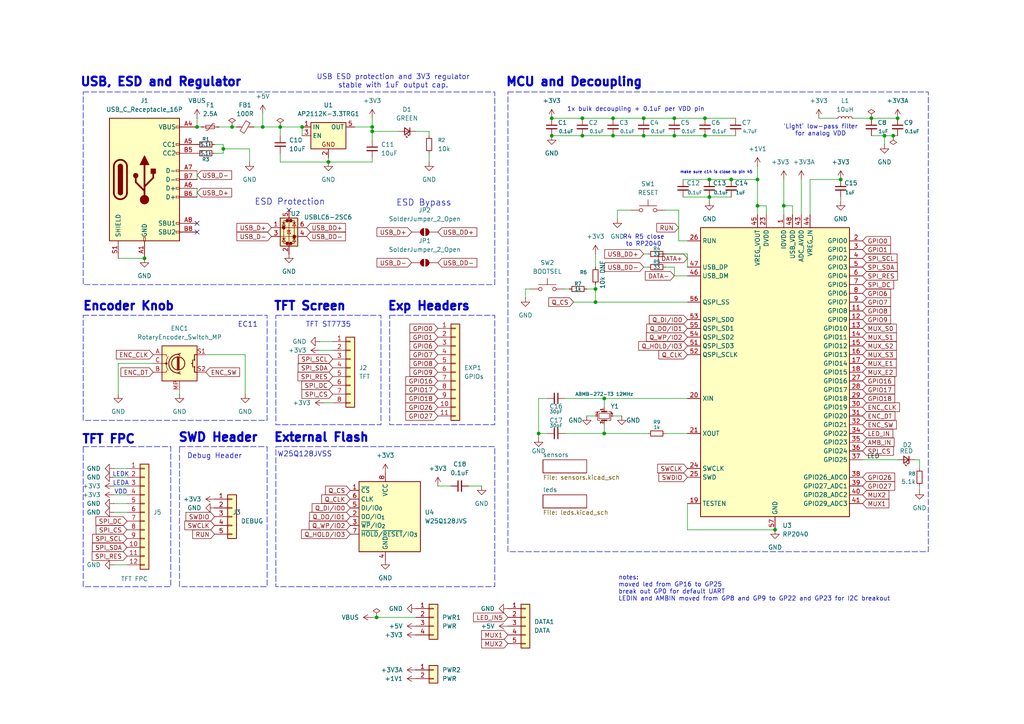
<source format=kicad_sch>
(kicad_sch (version 20250114) (generator "eeschema") (generator_version "9.0")
  (paper "A4")
  (lib_symbols
    (symbol "Connector:USB_C_Receptacle_USB2.0_16P" (pin_names (offset 1.016))
      (property "Reference" "J" (at 0 22.225 0))
      (property "Value" "USB_C_Receptacle_USB2.0_16P" (at 0 19.685 0))
      (symbol "USB_C_Receptacle_USB2.0_16P_1_1"
        (pin passive line (at -7.62 -22.86 90) (length 5.08) (name "SHIELD") (number "S1"))
        (pin passive line (at 0 -22.86 90) (length 5.08) (name "GND") (number "A1"))
        (pin passive line (at 0 -22.86 90) (length 5.08) (hide yes) (name "GND") (number "A12"))
        (pin passive line (at 0 -22.86 90) (length 5.08) (hide yes) (name "GND") (number "B1"))
        (pin passive line (at 0 -22.86 90) (length 5.08) (hide yes) (name "GND") (number "B12"))
        (pin passive line (at 15.24 15.24 180) (length 5.08) (name "VBUS") (number "A4"))
        (pin passive line (at 15.24 15.24 180) (length 5.08) (hide yes) (name "VBUS") (number "A9"))
        (pin passive line (at 15.24 15.24 180) (length 5.08) (hide yes) (name "VBUS") (number "B4"))
        (pin passive line (at 15.24 15.24 180) (length 5.08) (hide yes) (name "VBUS") (number "B9"))
        (pin bidirectional line (at 15.24 10.16 180) (length 5.08) (name "CC1") (number "A5"))
        (pin bidirectional line (at 15.24 7.62 180) (length 5.08) (name "CC2") (number "B5"))
        (pin bidirectional line (at 15.24 2.54 180) (length 5.08) (name "D-") (number "A7"))
        (pin bidirectional line (at 15.24 0 180) (length 5.08) (name "D-") (number "B7"))
        (pin bidirectional line (at 15.24 -2.54 180) (length 5.08) (name "D+") (number "A6"))
        (pin bidirectional line (at 15.24 -5.08 180) (length 5.08) (name "D+") (number "B6"))
        (pin bidirectional line (at 15.24 -12.7 180) (length 5.08) (name "SBU1") (number "A8"))
        (pin bidirectional line (at 15.24 -15.24 180) (length 5.08) (name "SBU2") (number "B8"))
      )
    )
    (symbol "Connector_Generic:Conn_01x02" (pin_names (offset 1.016) (hide yes))
      (property "Reference" "J" (at 0 2.54 0))
      (property "Value" "Conn_01x02" (at 0 -5.08 0))
      (symbol "Conn_01x02_1_1"
        (pin passive line (at -5.08 0 0) (length 3.81) (name "Pin_1") (number "1"))
        (pin passive line (at -5.08 -2.54 0) (length 3.81) (name "Pin_2") (number "2"))
      )
    )
    (symbol "Connector_Generic:Conn_01x04" (pin_names (offset 1.016) (hide yes))
      (property "Reference" "J" (at 0 5.08 0))
      (property "Value" "Conn_01x04" (at 0 -7.62 0))
      (symbol "Conn_01x04_1_1"
        (pin passive line (at -5.08 2.54 0) (length 3.81) (name "Pin_1") (number "1"))
        (pin passive line (at -5.08 0 0) (length 3.81) (name "Pin_2") (number "2"))
        (pin passive line (at -5.08 -2.54 0) (length 3.81) (name "Pin_3") (number "3"))
        (pin passive line (at -5.08 -5.08 0) (length 3.81) (name "Pin_4") (number "4"))
      )
    )
    (symbol "Connector_Generic:Conn_01x05" (pin_names (offset 1.016) (hide yes))
      (property "Reference" "J" (at 0 7.62 0))
      (property "Value" "Conn_01x05" (at 0 -7.62 0))
      (symbol "Conn_01x05_1_1"
        (pin passive line (at -5.08 5.08 0) (length 3.81) (name "Pin_1") (number "1"))
        (pin passive line (at -5.08 2.54 0) (length 3.81) (name "Pin_2") (number "2"))
        (pin passive line (at -5.08 0 0) (length 3.81) (name "Pin_3") (number "3"))
        (pin passive line (at -5.08 -2.54 0) (length 3.81) (name "Pin_4") (number "4"))
        (pin passive line (at -5.08 -5.08 0) (length 3.81) (name "Pin_5") (number "5"))
      )
    )
    (symbol "Connector_Generic:Conn_01x08" (pin_names (offset 1.016) (hide yes))
      (property "Reference" "J" (at 0 10.16 0))
      (property "Value" "Conn_01x08" (at 0 -12.7 0))
      (symbol "Conn_01x08_1_1"
        (pin passive line (at -5.08 7.62 0) (length 3.81) (name "Pin_1") (number "1"))
        (pin passive line (at -5.08 5.08 0) (length 3.81) (name "Pin_2") (number "2"))
        (pin passive line (at -5.08 2.54 0) (length 3.81) (name "Pin_3") (number "3"))
        (pin passive line (at -5.08 0 0) (length 3.81) (name "Pin_4") (number "4"))
        (pin passive line (at -5.08 -2.54 0) (length 3.81) (name "Pin_5") (number "5"))
        (pin passive line (at -5.08 -5.08 0) (length 3.81) (name "Pin_6") (number "6"))
        (pin passive line (at -5.08 -7.62 0) (length 3.81) (name "Pin_7") (number "7"))
        (pin passive line (at -5.08 -10.16 0) (length 3.81) (name "Pin_8") (number "8"))
      )
    )
    (symbol "Connector_Generic:Conn_01x11" (pin_names (offset 1.016) (hide yes))
      (property "Reference" "J" (at 0 15.24 0))
      (property "Value" "Conn_01x11" (at 0 -15.24 0))
      (symbol "Conn_01x11_1_1"
        (pin passive line (at -5.08 12.7 0) (length 3.81) (name "Pin_1") (number "1"))
        (pin passive line (at -5.08 10.16 0) (length 3.81) (name "Pin_2") (number "2"))
        (pin passive line (at -5.08 7.62 0) (length 3.81) (name "Pin_3") (number "3"))
        (pin passive line (at -5.08 5.08 0) (length 3.81) (name "Pin_4") (number "4"))
        (pin passive line (at -5.08 2.54 0) (length 3.81) (name "Pin_5") (number "5"))
        (pin passive line (at -5.08 0 0) (length 3.81) (name "Pin_6") (number "6"))
        (pin passive line (at -5.08 -2.54 0) (length 3.81) (name "Pin_7") (number "7"))
        (pin passive line (at -5.08 -5.08 0) (length 3.81) (name "Pin_8") (number "8"))
        (pin passive line (at -5.08 -7.62 0) (length 3.81) (name "Pin_9") (number "9"))
        (pin passive line (at -5.08 -10.16 0) (length 3.81) (name "Pin_10") (number "10"))
        (pin passive line (at -5.08 -12.7 0) (length 3.81) (name "Pin_11") (number "11"))
      )
    )
    (symbol "Connector_Generic:Conn_01x12" (pin_names (offset 1.016) (hide yes))
      (property "Reference" "J" (at 0 15.24 0))
      (property "Value" "Conn_01x12" (at 0 -17.78 0))
      (symbol "Conn_01x12_1_1"
        (pin passive line (at -5.08 12.7 0) (length 3.81) (name "Pin_1") (number "1"))
        (pin passive line (at -5.08 10.16 0) (length 3.81) (name "Pin_2") (number "2"))
        (pin passive line (at -5.08 7.62 0) (length 3.81) (name "Pin_3") (number "3"))
        (pin passive line (at -5.08 5.08 0) (length 3.81) (name "Pin_4") (number "4"))
        (pin passive line (at -5.08 2.54 0) (length 3.81) (name "Pin_5") (number "5"))
        (pin passive line (at -5.08 0 0) (length 3.81) (name "Pin_6") (number "6"))
        (pin passive line (at -5.08 -2.54 0) (length 3.81) (name "Pin_7") (number "7"))
        (pin passive line (at -5.08 -5.08 0) (length 3.81) (name "Pin_8") (number "8"))
        (pin passive line (at -5.08 -7.62 0) (length 3.81) (name "Pin_9") (number "9"))
        (pin passive line (at -5.08 -10.16 0) (length 3.81) (name "Pin_10") (number "10"))
        (pin passive line (at -5.08 -12.7 0) (length 3.81) (name "Pin_11") (number "11"))
        (pin passive line (at -5.08 -15.24 0) (length 3.81) (name "Pin_12") (number "12"))
      )
    )
    (symbol "Device:C_Small" (pin_numbers (hide yes)) (pin_names (offset 0.254) (hide yes))
      (property "Reference" "C" (at 0.254 1.778 0))
      (property "Value" "C_Small" (at 0.254 -2.032 0))
      (symbol "C_Small_1_1"
        (pin passive line (at 0 2.54 270) (length 2.032) (name "~") (number "1"))
        (pin passive line (at 0 -2.54 90) (length 2.032) (name "~") (number "2"))
      )
    )
    (symbol "Device:Crystal_GND24_Small" (pin_names (offset 1.016) (hide yes))
      (property "Reference" "Y" (at 1.27 4.445 0))
      (property "Value" "Crystal_GND24_Small" (at 1.27 2.54 0))
      (symbol "Crystal_GND24_Small_1_1"
        (pin passive line (at -2.54 0 0) (length 1.27) (name "1") (number "1"))
        (pin passive line (at 0 2.54 270) (length 0.635) (name "4") (number "4"))
        (pin passive line (at 0 -2.54 90) (length 0.635) (name "2") (number "2"))
        (pin passive line (at 2.54 0 180) (length 1.27) (name "3") (number "3"))
      )
    )
    (symbol "Device:FerriteBead_Small" (pin_numbers (hide yes)) (pin_names (offset 0))
      (property "Reference" "FB" (at 1.905 1.27 0))
      (property "Value" "FerriteBead_Small" (at 1.905 -1.27 0))
      (symbol "FerriteBead_Small_1_1"
        (pin passive line (at 0 2.54 270) (length 1.27) (name "~") (number "1"))
        (pin passive line (at 0 -2.54 90) (length 1.27) (name "~") (number "2"))
      )
    )
    (symbol "Device:LED_Small" (pin_numbers (hide yes)) (pin_names (offset 0.254) (hide yes))
      (property "Reference" "D" (at -1.27 3.175 0))
      (property "Value" "LED_Small" (at -4.445 -2.54 0))
      (symbol "LED_Small_1_1"
        (pin passive line (at -2.54 0 0) (length 1.778) (name "K") (number "1"))
        (pin passive line (at 2.54 0 180) (length 1.778) (name "A") (number "2"))
      )
    )
    (symbol "Device:L_Small" (pin_numbers (hide yes)) (pin_names (offset 0.254) (hide yes))
      (property "Reference" "L" (at 0.762 1.016 0))
      (property "Value" "L_Small" (at 0.762 -1.016 0))
      (symbol "L_Small_1_1"
        (pin passive line (at 0 2.54 270) (length 0.508) (name "~") (number "1"))
        (pin passive line (at 0 -2.54 90) (length 0.508) (name "~") (number "2"))
      )
    )
    (symbol "Device:Polyfuse_Small" (pin_numbers (hide yes)) (pin_names (offset 0))
      (property "Reference" "F" (at -1.905 0 90))
      (property "Value" "Polyfuse_Small" (at 1.905 0 90))
      (symbol "Polyfuse_Small_1_1"
        (pin passive line (at 0 2.54 270) (length 0.635) (name "~") (number "1"))
        (pin passive line (at 0 -2.54 90) (length 0.635) (name "~") (number "2"))
      )
    )
    (symbol "Device:R_Small" (pin_numbers (hide yes)) (pin_names (offset 0.254) (hide yes))
      (property "Reference" "R" (at 0 0 90))
      (property "Value" "R_Small" (at 1.778 0 90))
      (symbol "R_Small_1_1"
        (pin passive line (at 0 2.54 270) (length 0.762) (name "~") (number "1"))
        (pin passive line (at 0 -2.54 90) (length 0.762) (name "~") (number "2"))
      )
    )
    (symbol "Device:RotaryEncoder_Switch_MP" (pin_names (offset 0.254) (hide yes))
      (property "Reference" "SW" (at 0 8.89 0))
      (property "Value" "RotaryEncoder_Switch_MP" (at 0 6.35 0))
      (symbol "RotaryEncoder_Switch_MP_1_1"
        (pin passive line (at -7.62 2.54 0) (length 2.54) (name "A") (number "A"))
        (pin passive line (at -7.62 0 0) (length 2.54) (name "C") (number "C"))
        (pin passive line (at -7.62 -2.54 0) (length 2.54) (name "B") (number "B"))
        (pin passive line (at 0 -7.62 90) (length 2.54) (name "MP") (number "MP"))
        (pin passive line (at 7.62 2.54 180) (length 2.54) (name "S1") (number "S1"))
        (pin passive line (at 7.62 -2.54 180) (length 2.54) (name "S2") (number "S2"))
      )
    )
    (symbol "Jumper:SolderJumper_2_Open" (pin_numbers (hide yes)) (pin_names (offset 0) (hide yes)) (in_bom no)
      (property "Reference" "JP" (at 0 2.032 0))
      (property "Value" "SolderJumper_2_Open" (at 0 -2.54 0))
      (symbol "SolderJumper_2_Open_1_1"
        (pin passive line (at -3.81 0 0) (length 2.54) (name "A") (number "1"))
        (pin passive line (at 3.81 0 180) (length 2.54) (name "B") (number "2"))
      )
    )
    (symbol "MCU_RaspberryPi:RP2040"
      (property "Reference" "U3" (at 2.1433 -44.45 0))
      (property "Value" "RP2040" (at 2.1433 -46.99 0))
      (symbol "RP2040_1_1"
        (pin input line (at -25.4 38.1 0) (length 3.81) (name "RUN") (number "26"))
        (pin bidirectional line (at -25.4 30.48 0) (length 3.81) (name "USB_DP") (number "47"))
        (pin bidirectional line (at -25.4 27.94 0) (length 3.81) (name "USB_DM") (number "46"))
        (pin bidirectional line (at -25.4 20.32 0) (length 3.81) (name "QSPI_SS") (number "56"))
        (pin bidirectional line (at -25.4 15.24 0) (length 3.81) (name "QSPI_SD0") (number "53"))
        (pin bidirectional line (at -25.4 12.7 0) (length 3.81) (name "QSPI_SD1") (number "55"))
        (pin bidirectional line (at -25.4 10.16 0) (length 3.81) (name "QSPI_SD2") (number "54"))
        (pin bidirectional line (at -25.4 7.62 0) (length 3.81) (name "QSPI_SD3") (number "51"))
        (pin output line (at -25.4 5.08 0) (length 3.81) (name "QSPI_SCLK") (number "52"))
        (pin input line (at -25.4 -7.62 0) (length 3.81) (name "XIN") (number "20"))
        (pin passive line (at -25.4 -17.78 0) (length 3.81) (name "XOUT") (number "21"))
        (pin input line (at -25.4 -27.94 0) (length 3.81) (name "SWCLK") (number "24"))
        (pin bidirectional line (at -25.4 -30.48 0) (length 3.81) (name "SWD") (number "25"))
        (pin input line (at -25.4 -38.1 0) (length 3.81) (name "TESTEN") (number "19"))
        (pin power_out line (at -5.08 45.72 270) (length 3.81) (name "VREG_VOUT") (number "45"))
        (pin power_in line (at -2.54 45.72 270) (length 3.81) (name "DVDD") (number "23"))
        (pin passive line (at -2.54 45.72 270) (length 3.81) (hide yes) (name "DVDD") (number "50"))
        (pin power_in line (at 0 -45.72 90) (length 3.81) (name "GND") (number "57"))
        (pin power_in line (at 2.54 45.72 270) (length 3.81) (name "IOVDD") (number "1"))
        (pin passive line (at 2.54 45.72 270) (length 3.81) (hide yes) (name "IOVDD") (number "10"))
        (pin passive line (at 2.54 45.72 270) (length 3.81) (hide yes) (name "IOVDD") (number "22"))
        (pin passive line (at 2.54 45.72 270) (length 3.81) (hide yes) (name "IOVDD") (number "33"))
        (pin passive line (at 2.54 45.72 270) (length 3.81) (hide yes) (name "IOVDD") (number "42"))
        (pin passive line (at 2.54 45.72 270) (length 3.81) (hide yes) (name "IOVDD") (number "49"))
        (pin power_in line (at 5.08 45.72 270) (length 3.81) (name "USB_VDD") (number "48"))
        (pin power_in line (at 7.62 45.72 270) (length 3.81) (name "ADC_AVDD") (number "43"))
        (pin power_in line (at 10.16 45.72 270) (length 3.81) (name "VREG_IN") (number "44"))
        (pin bidirectional line (at 25.4 38.1 180) (length 3.81) (name "GPIO0") (number "2"))
        (pin bidirectional line (at 25.4 35.56 180) (length 3.81) (name "GPIO1") (number "3"))
        (pin bidirectional line (at 25.4 33.02 180) (length 3.81) (name "GPIO2") (number "4"))
        (pin bidirectional line (at 25.4 30.48 180) (length 3.81) (name "GPIO3") (number "5"))
        (pin bidirectional line (at 25.4 27.94 180) (length 3.81) (name "GPIO4") (number "6"))
        (pin bidirectional line (at 25.4 25.4 180) (length 3.81) (name "GPIO5") (number "7"))
        (pin bidirectional line (at 25.4 22.86 180) (length 3.81) (name "GPIO6") (number "8"))
        (pin bidirectional line (at 25.4 20.32 180) (length 3.81) (name "GPIO7") (number "9"))
        (pin bidirectional line (at 25.4 17.78 180) (length 3.81) (name "GPIO8") (number "11"))
        (pin bidirectional line (at 25.4 15.24 180) (length 3.81) (name "GPIO9") (number "12"))
        (pin bidirectional line (at 25.4 12.7 180) (length 3.81) (name "GPIO10") (number "13"))
        (pin bidirectional line (at 25.4 10.16 180) (length 3.81) (name "GPIO11") (number "14"))
        (pin bidirectional line (at 25.4 7.62 180) (length 3.81) (name "GPIO12") (number "15"))
        (pin bidirectional line (at 25.4 5.08 180) (length 3.81) (name "GPIO13") (number "16"))
        (pin bidirectional line (at 25.4 2.54 180) (length 3.81) (name "GPIO14") (number "17"))
        (pin bidirectional line (at 25.4 0 180) (length 3.81) (name "GPIO15") (number "18"))
        (pin bidirectional line (at 25.4 -2.54 180) (length 3.81) (name "GPIO16") (number "27"))
        (pin bidirectional line (at 25.4 -5.08 180) (length 3.81) (name "GPIO17") (number "28"))
        (pin bidirectional line (at 25.4 -7.62 180) (length 3.81) (name "GPIO18") (number "29"))
        (pin bidirectional line (at 25.4 -10.16 180) (length 3.81) (name "GPIO19") (number "30"))
        (pin bidirectional line (at 25.4 -12.7 180) (length 3.81) (name "GPIO20") (number "31"))
        (pin bidirectional line (at 25.4 -15.24 180) (length 3.81) (name "GPIO21") (number "32"))
        (pin bidirectional line (at 25.4 -17.78 180) (length 3.81) (name "GPIO22") (number "34"))
        (pin bidirectional line (at 25.4 -20.32 180) (length 3.81) (name "GPIO23") (number "35"))
        (pin bidirectional line (at 25.4 -22.86 180) (length 3.81) (name "GPIO24") (number "36"))
        (pin bidirectional line (at 25.4 -25.4 180) (length 3.81) (name "GPIO25") (number "37"))
        (pin bidirectional line (at 25.4 -30.48 180) (length 3.81) (name "GPIO26_ADC0") (number "38"))
        (pin bidirectional line (at 25.4 -33.02 180) (length 3.81) (name "GPIO27_ADC1") (number "39"))
        (pin bidirectional line (at 25.4 -35.56 180) (length 3.81) (name "GPIO28_ADC2") (number "40"))
        (pin bidirectional line (at 25.4 -38.1 180) (length 3.81) (name "GPIO29_ADC3") (number "41"))
      )
    )
    (symbol "Memory_Flash:W25Q128JVS"
      (property "Reference" "U" (at -6.35 11.43 0))
      (property "Value" "W25Q128JVS" (at 7.62 11.43 0))
      (symbol "W25Q128JVS_1_1"
        (pin input line (at -10.16 7.62 0) (length 2.54) (name "~{CS}") (number "1"))
        (pin input line (at -10.16 5.08 0) (length 2.54) (name "CLK") (number "6"))
        (pin bidirectional line (at -10.16 2.54 0) (length 2.54) (name "DI/IO_{0}") (number "5"))
        (pin bidirectional line (at -10.16 0 0) (length 2.54) (name "DO/IO_{1}") (number "2"))
        (pin bidirectional line (at -10.16 -2.54 0) (length 2.54) (name "~{WP}/IO_{2}") (number "3"))
        (pin bidirectional line (at -10.16 -5.08 0) (length 2.54) (name "~{HOLD}/~{RESET}/IO_{3}") (number "7"))
        (pin power_in line (at 0 12.7 270) (length 2.54) (name "VCC") (number "8"))
        (pin power_in line (at 0 -12.7 90) (length 2.54) (name "GND") (number "4"))
      )
    )
    (symbol "PCM_Voltage_Regulator_AKL:AP2112K-3.3TRG1"
      (property "Reference" "U" (at 0 8.89 0))
      (property "Value" "AP2112K-3.3TRG1" (at 0 6.35 0))
      (symbol "AP2112K-3.3TRG1_0_0"
        (text "GND" (at 0 -2.54 0) (effects (font (size 1.27 1.27))))
      )
      (symbol "AP2112K-3.3TRG1_1_1"
        (pin power_in line (at -7.62 2.54 0) (length 2.54) (name "IN") (number "1"))
        (pin input line (at -7.62 0 0) (length 2.54) (name "EN") (number "3"))
        (pin free line (at 0 0 0) (length 2.54) (hide yes) (name "NC") (number "4"))
        (pin power_in line (at 0 -6.35 90) (length 2.54) (name "~") (number "2"))
        (pin power_out line (at 7.62 2.54 180) (length 2.54) (name "OUT") (number "5"))
      )
    )
    (symbol "Power_Protection:USBLC6-2SC6" (pin_names (hide yes))
      (property "Reference" "U" (at 0.635 5.715 0))
      (property "Value" "USBLC6-2SC6" (at 0.635 3.81 0))
      (symbol "USBLC6-2SC6_1_1"
        (pin passive line (at -5.08 0 0) (length 2.54) (name "I/O1") (number "1"))
        (pin passive line (at -5.08 -2.54 0) (length 2.54) (name "I/O2") (number "3"))
        (pin passive line (at 0 5.08 270) (length 2.54) (name "VBUS") (number "5"))
        (pin passive line (at 0 -7.62 90) (length 2.54) (name "GND") (number "2"))
        (pin passive line (at 5.08 0 180) (length 2.54) (name "I/O1") (number "6"))
        (pin passive line (at 5.08 -2.54 180) (length 2.54) (name "I/O2") (number "4"))
      )
    )
    (symbol "Switch:SW_Push" (pin_numbers (hide yes)) (pin_names (offset 1.016) (hide yes))
      (property "Reference" "SW" (at 1.27 2.54 0))
      (property "Value" "SW_Push" (at 0 -1.524 0))
      (symbol "SW_Push_0_1"
        (pin passive line (at -5.08 0 0) (length 2.54) (name "1") (number "1"))
        (pin passive line (at 5.08 0 180) (length 2.54) (name "2") (number "2"))
      )
    )
    (symbol "power:+1V1" (power) (pin_numbers (hide yes)) (pin_names (offset 0) (hide yes))
      (property "Value" "+1V1" (at 0 3.556 0))
      (symbol "+1V1_1_1"
        (pin power_in line (at 0 0 90) (length 0) (name "~") (number "1"))
      )
    )
    (symbol "power:+3V3" (power) (pin_numbers (hide yes)) (pin_names (offset 0) (hide yes))
      (property "Value" "+3V3" (at 0 3.556 0))
      (symbol "+3V3_1_1"
        (pin power_in line (at 0 0 90) (length 0) (name "~") (number "1"))
      )
    )
    (symbol "power:+5V" (power) (pin_numbers (hide yes)) (pin_names (offset 0) (hide yes))
      (property "Value" "+5V" (at 0 3.556 0))
      (symbol "+5V_1_1"
        (pin power_in line (at 0 0 90) (length 0) (name "~") (number "1"))
      )
    )
    (symbol "power:GND" (power) (pin_numbers (hide yes)) (pin_names (offset 0) (hide yes))
      (property "Value" "GND" (at 0 -3.81 0))
      (symbol "GND_1_1"
        (pin power_in line (at 0 0 270) (length 0) (name "~") (number "1"))
      )
    )
    (symbol "power:PWR_FLAG" (power) (pin_numbers (hide yes)) (pin_names (offset 0) (hide yes))
      (property "Value" "PWR_FLAG" (at 0 3.81 0))
      (symbol "PWR_FLAG_0_0"
        (pin power_out line (at 0 0 90) (length 0) (name "~") (number "1"))
      )
    )
    (symbol "power:VBUS" (power) (pin_numbers (hide yes)) (pin_names (offset 0) (hide yes))
      (property "Value" "VBUS" (at 0 3.556 0))
      (symbol "VBUS_1_1"
        (pin power_in line (at 0 0 90) (length 0) (name "~") (number "1"))
      )
    )
  )
  (rectangle (start 24.13 91.44) (end 77.47 121.92) (stroke (width 0) (type dash)))
  (rectangle (start 80.01 91.44) (end 110.49 123.19) (stroke (width 0) (type dash)))
  (rectangle (start 24.13 129.54) (end 49.53 170.18) (stroke (width 0) (type dash)))
  (rectangle (start 24.13 26.67) (end 143.51 82.55) (stroke (width 0) (type dash)))
  (rectangle (start 113.03 91.44) (end 143.51 123.19) (stroke (width 0) (type dash)))
  (rectangle (start 52.07 129.54) (end 77.47 170.18) (stroke (width 0) (type dash)))
  (rectangle (start 147.32 26.67) (end 269.24 160.02) (stroke (width 0) (type dash)))
  (rectangle (start 80.01 129.54) (end 143.51 170.18) (stroke (width 0) (type dash)))
  (text "TFT Screen" (at 79.248 88.9 0) (effects (font (size 2.5 2.5) (thickness 0.6) (bold yes)) (justify left)))
  (text "LEDA\n" (at 35.052 140.208 0) (effects (font (size 1.27 1.27))))
  (text "R4 R5 close\nto RP2040" (at 186.69 69.85 0) (effects (font (size 1.27 1.27))))
  (text "notes:\nmoved led from GP16 to GP25\nbreak out GP0 for default UART\nLEDIN and AMBIN moved from GP8 and GP9 to GP22 and GP23 for I2C breakout" (at 179.324 170.688 0) (effects (font (size 1.27 1.27)) (justify left)))
  (text "Encoder Knob" (at 23.876 88.9 0) (effects (font (size 2.5 2.5) (thickness 0.6) (bold yes)) (justify left)))
  (text "MCU and Decoupling\n" (at 146.558 23.876 0) (effects (font (size 2.5 2.5) (thickness 0.6) (bold yes)) (justify left)))
  (text "LEDK" (at 35.052 137.668 0) (effects (font (size 1.27 1.27))))
  (text "External Flash" (at 79.248 127 0) (effects (font (size 2.5 2.5) (thickness 0.6) (bold yes)) (justify left)))
  (text "USB, ESD and Regulator" (at 23.114 23.876 0) (effects (font (size 2.5 2.5) (thickness 0.6) (bold yes)) (justify left)))
  (text "ESD Bypass" (at 122.936 58.928 0) (effects (font (size 1.8 1.8))))
  (text "SWD Header" (at 51.562 127 0) (effects (font (size 2.5 2.5) (thickness 0.6) (bold yes)) (justify left)))
  (text "make sure c14 is close to pin 45\n" (at 207.772 50.038 0) (effects (font (size 0.8 0.8))))
  (text "'Light' low-pass filter\nfor analog VDD" (at 237.998 37.846 0) (effects (font (size 1.27 1.27))))
  (text "Debug Header" (at 62.23 132.334 0) (effects (font (size 1.5 1.5))))
  (text "VDD" (at 35.052 142.748 0) (effects (font (size 1.27 1.27))))
  (text "Exp Headers" (at 112.268 88.9 0) (effects (font (size 2.5 2.5) (thickness 0.6) (bold yes)) (justify left)))
  (text "EC11" (at 71.882 94.234 0) (effects (font (size 1.5 1.5))))
  (text "1x bulk decoupling + 0.1uF per VDD pin" (at 184.404 31.75 0) (effects (font (size 1.27 1.27))))
  (text "TFT FPC" (at 23.622 127.508 0) (effects (font (size 2.5 2.5) (thickness 0.6) (bold yes)) (justify left)))
  (text "ESD Protection" (at 84.074 58.674 0) (effects (font (size 1.8 1.8))))
  (text "USB ESD protection and 3V3 regulator\nstable with 1uF output cap." (at 114.046 23.622 0) (effects (font (size 1.5 1.5))))
  (text "TFT ST7735" (at 95.25 94.234 0) (effects (font (size 1.5 1.5))))
  (text "W25Q128JVSS" (at 88.392 131.826 0) (effects (font (size 1.5 1.5))))
  (junction (at 195.58 39.37))
  (junction (at 175.26 115.57))
  (junction (at 205.74 57.15))
  (junction (at 168.91 34.29))
  (junction (at 260.35 34.29))
  (junction (at 81.28 36.83))
  (junction (at 195.58 34.29))
  (junction (at 177.8 34.29))
  (junction (at 256.54 39.37))
  (junction (at 109.22 179.07))
  (junction (at 205.74 52.07))
  (junction (at 41.91 74.93))
  (junction (at 186.69 34.29))
  (junction (at 107.95 38.1))
  (junction (at 259.08 39.37))
  (junction (at 219.71 59.69))
  (junction (at 172.72 87.63))
  (junction (at 64.77 43.18))
  (junction (at 227.33 59.69))
  (junction (at 177.8 39.37))
  (junction (at 76.2 36.83))
  (junction (at 160.02 34.29))
  (junction (at 204.47 39.37))
  (junction (at 219.71 52.07))
  (junction (at 156.21 125.73))
  (junction (at 160.02 39.37))
  (junction (at 252.73 34.29))
  (junction (at 212.09 52.07))
  (junction (at 172.72 83.82))
  (junction (at 57.15 36.83))
  (junction (at 168.91 39.37))
  (junction (at 107.95 36.83))
  (junction (at 204.47 34.29))
  (junction (at 186.69 39.37))
  (junction (at 95.25 46.99))
  (junction (at 175.26 125.73))
  (junction (at 87.63 36.83))
  (junction (at 224.79 153.67))
  (junction (at 67.31 36.83))
  (junction (at 243.84 52.07))
  (no_connect (at 83.82 60.96))
  (no_connect (at 57.15 67.31))
  (no_connect (at 57.15 64.77))
  (wire (pts (xy 163.83 115.57) (xy 175.26 115.57)))
  (wire (pts (xy 81.28 46.99) (xy 95.25 46.99)))
  (wire (pts (xy 33.02 138.43) (xy 36.83 138.43)))
  (wire (pts (xy 107.95 38.1) (xy 107.95 40.64)))
  (wire (pts (xy 107.95 38.1) (xy 115.57 38.1)))
  (wire (pts (xy 219.71 59.69) (xy 222.25 59.69)))
  (wire (pts (xy 81.28 36.83) (xy 81.28 39.37)))
  (wire (pts (xy 156.21 115.57) (xy 156.21 125.73)))
  (wire (pts (xy 33.02 148.59) (xy 36.83 148.59)))
  (wire (pts (xy 33.02 143.51) (xy 36.83 143.51)))
  (wire (pts (xy 199.39 73.66) (xy 199.39 77.47)))
  (wire (pts (xy 139.7 140.97) (xy 135.89 140.97)))
  (wire (pts (xy 124.46 46.99) (xy 124.46 44.45)))
  (wire (pts (xy 227.33 59.69) (xy 227.33 62.23)))
  (wire (pts (xy 213.36 34.29) (xy 204.47 34.29)))
  (wire (pts (xy 199.39 146.05) (xy 199.39 153.67)))
  (wire (pts (xy 234.95 52.07) (xy 234.95 62.23)))
  (wire (pts (xy 87.63 36.83) (xy 87.63 39.37)))
  (wire (pts (xy 175.26 115.57) (xy 199.39 115.57)))
  (wire (pts (xy 102.87 36.83) (xy 107.95 36.83)))
  (wire (pts (xy 196.85 60.96) (xy 196.85 69.85)))
  (wire (pts (xy 107.95 36.83) (xy 107.95 38.1)))
  (wire (pts (xy 73.66 36.83) (xy 76.2 36.83)))
  (wire (pts (xy 163.83 125.73) (xy 175.26 125.73)))
  (wire (pts (xy 177.8 120.65) (xy 180.34 120.65)))
  (wire (pts (xy 186.69 39.37) (xy 195.58 39.37)))
  (wire (pts (xy 76.2 33.02) (xy 76.2 36.83)))
  (wire (pts (xy 52.07 114.3) (xy 52.07 113.03)))
  (wire (pts (xy 186.69 77.47) (xy 187.96 77.47)))
  (wire (pts (xy 152.4 83.82) (xy 153.67 83.82)))
  (wire (pts (xy 227.33 59.69) (xy 229.87 59.69)))
  (wire (pts (xy 109.22 179.07) (xy 120.65 179.07)))
  (wire (pts (xy 57.15 36.83) (xy 58.42 36.83)))
  (wire (pts (xy 172.72 83.82) (xy 172.72 87.63)))
  (wire (pts (xy 64.77 43.18) (xy 64.77 44.45)))
  (wire (pts (xy 177.8 39.37) (xy 168.91 39.37)))
  (wire (pts (xy 95.25 46.99) (xy 107.95 46.99)))
  (wire (pts (xy 95.25 45.72) (xy 95.25 46.99)))
  (wire (pts (xy 120.65 38.1) (xy 124.46 38.1)))
  (wire (pts (xy 179.07 60.96) (xy 182.88 60.96)))
  (wire (pts (xy 57.15 49.53) (xy 57.15 52.07)))
  (wire (pts (xy 172.72 82.55) (xy 172.72 83.82)))
  (wire (pts (xy 199.39 73.66) (xy 193.04 73.66)))
  (wire (pts (xy 243.84 52.07) (xy 234.95 52.07)))
  (wire (pts (xy 81.28 36.83) (xy 87.63 36.83)))
  (wire (pts (xy 204.47 39.37) (xy 195.58 39.37)))
  (wire (pts (xy 93.98 116.84) (xy 96.52 116.84)))
  (wire (pts (xy 193.04 77.47) (xy 195.58 77.47)))
  (wire (pts (xy 193.04 125.73) (xy 199.39 125.73)))
  (wire (pts (xy 107.95 179.07) (xy 109.22 179.07)))
  (wire (pts (xy 266.7 133.35) (xy 266.7 135.89)))
  (wire (pts (xy 186.69 73.66) (xy 187.96 73.66)))
  (wire (pts (xy 71.12 114.3) (xy 71.12 102.87)))
  (wire (pts (xy 198.12 52.07) (xy 205.74 52.07)))
  (wire (pts (xy 205.74 58.42) (xy 205.74 57.15)))
  (wire (pts (xy 156.21 125.73) (xy 158.75 125.73)))
  (wire (pts (xy 175.26 125.73) (xy 187.96 125.73)))
  (wire (pts (xy 168.91 34.29) (xy 160.02 34.29)))
  (wire (pts (xy 64.77 41.91) (xy 64.77 43.18)))
  (wire (pts (xy 92.71 101.6) (xy 96.52 101.6)))
  (wire (pts (xy 198.12 57.15) (xy 205.74 57.15)))
  (wire (pts (xy 166.37 87.63) (xy 172.72 87.63)))
  (wire (pts (xy 64.77 44.45) (xy 62.23 44.45)))
  (wire (pts (xy 33.02 135.89) (xy 36.83 135.89)))
  (wire (pts (xy 124.46 38.1) (xy 124.46 39.37)))
  (wire (pts (xy 33.02 140.97) (xy 36.83 140.97)))
  (wire (pts (xy 229.87 59.69) (xy 229.87 62.23)))
  (wire (pts (xy 64.77 43.18) (xy 72.39 43.18)))
  (wire (pts (xy 219.71 52.07) (xy 219.71 59.69)))
  (wire (pts (xy 62.23 41.91) (xy 64.77 41.91)))
  (wire (pts (xy 205.74 52.07) (xy 212.09 52.07)))
  (wire (pts (xy 266.7 133.35) (xy 265.43 133.35)))
  (wire (pts (xy 170.18 120.65) (xy 172.72 120.65)))
  (wire (pts (xy 212.09 52.07) (xy 219.71 52.07)))
  (wire (pts (xy 256.54 41.91) (xy 256.54 39.37)))
  (wire (pts (xy 259.08 39.37) (xy 260.35 39.37)))
  (wire (pts (xy 34.29 114.3) (xy 34.29 105.41)))
  (wire (pts (xy 186.69 34.29) (xy 177.8 34.29)))
  (wire (pts (xy 92.71 99.06) (xy 96.52 99.06)))
  (wire (pts (xy 247.65 34.29) (xy 252.73 34.29)))
  (wire (pts (xy 156.21 115.57) (xy 158.75 115.57)))
  (wire (pts (xy 63.5 36.83) (xy 67.31 36.83)))
  (wire (pts (xy 33.02 163.83) (xy 36.83 163.83)))
  (wire (pts (xy 213.36 39.37) (xy 204.47 39.37)))
  (wire (pts (xy 252.73 34.29) (xy 260.35 34.29)))
  (wire (pts (xy 57.15 34.29) (xy 57.15 36.83)))
  (wire (pts (xy 152.4 83.82) (xy 152.4 86.36)))
  (wire (pts (xy 34.29 105.41) (xy 44.45 105.41)))
  (wire (pts (xy 71.12 102.87) (xy 59.69 102.87)))
  (wire (pts (xy 195.58 77.47) (xy 195.58 80.01)))
  (wire (pts (xy 205.74 57.15) (xy 212.09 57.15)))
  (wire (pts (xy 168.91 39.37) (xy 160.02 39.37)))
  (wire (pts (xy 222.25 59.69) (xy 222.25 62.23)))
  (wire (pts (xy 81.28 44.45) (xy 81.28 46.99)))
  (wire (pts (xy 219.71 48.26) (xy 219.71 52.07)))
  (wire (pts (xy 193.04 60.96) (xy 196.85 60.96)))
  (wire (pts (xy 127 140.97) (xy 130.81 140.97)))
  (wire (pts (xy 175.26 123.19) (xy 175.26 125.73)))
  (wire (pts (xy 76.2 36.83) (xy 81.28 36.83)))
  (wire (pts (xy 232.41 52.07) (xy 232.41 62.23)))
  (wire (pts (xy 179.07 63.5) (xy 179.07 60.96)))
  (wire (pts (xy 156.21 127) (xy 156.21 125.73)))
  (wire (pts (xy 33.02 146.05) (xy 36.83 146.05)))
  (wire (pts (xy 172.72 73.66) (xy 172.72 77.47)))
  (wire (pts (xy 250.19 133.35) (xy 260.35 133.35)))
  (wire (pts (xy 107.95 46.99) (xy 107.95 45.72)))
  (wire (pts (xy 256.54 39.37) (xy 259.08 39.37)))
  (wire (pts (xy 34.29 74.93) (xy 41.91 74.93)))
  (wire (pts (xy 175.26 115.57) (xy 175.26 118.11)))
  (wire (pts (xy 107.95 36.83) (xy 107.95 34.29)))
  (wire (pts (xy 186.69 34.29) (xy 195.58 34.29)))
  (wire (pts (xy 68.58 36.83) (xy 67.31 36.83)))
  (wire (pts (xy 219.71 59.69) (xy 219.71 62.23)))
  (wire (pts (xy 252.73 39.37) (xy 256.54 39.37)))
  (wire (pts (xy 163.83 83.82) (xy 165.1 83.82)))
  (wire (pts (xy 177.8 34.29) (xy 168.91 34.29)))
  (wire (pts (xy 186.69 39.37) (xy 177.8 39.37)))
  (wire (pts (xy 72.39 43.18) (xy 72.39 46.99)))
  (wire (pts (xy 172.72 87.63) (xy 199.39 87.63)))
  (wire (pts (xy 196.85 69.85) (xy 199.39 69.85)))
  (wire (pts (xy 170.18 83.82) (xy 172.72 83.82)))
  (wire (pts (xy 57.15 54.61) (xy 57.15 57.15)))
  (wire (pts (xy 243.84 58.42) (xy 243.84 57.15)))
  (wire (pts (xy 266.7 140.97) (xy 266.7 142.24)))
  (wire (pts (xy 204.47 34.29) (xy 195.58 34.29)))
  (wire (pts (xy 237.49 34.29) (xy 242.57 34.29)))
  (wire (pts (xy 195.58 80.01) (xy 199.39 80.01)))
  (wire (pts (xy 199.39 153.67) (xy 224.79 153.67)))
  (wire (pts (xy 227.33 52.07) (xy 227.33 59.69)))
  (label "LED" (at 251.46 133.35 0))
  (global_label "USB_D-" (shape input) (at 119.38 76.2 180) (property "Intersheetrefs" "${INTERSHEET_REFS}" (effects (hide yes))))
  (global_label "GPIO17" (shape input) (at 250.19 113.03 0) (property "Intersheetrefs" "${INTERSHEET_REFS}" (effects (hide yes))))
  (global_label "Q_DO{slash}IO1" (shape input) (at 199.39 95.25 180) (property "Intersheetrefs" "${INTERSHEET_REFS}" (effects (hide yes))))
  (global_label "ENC_CLK" (shape input) (at 250.19 118.11 0) (property "Intersheetrefs" "${INTERSHEET_REFS}" (effects (hide yes))))
  (global_label "SPI_CS" (shape input) (at 36.83 153.67 180) (property "Intersheetrefs" "${INTERSHEET_REFS}" (effects (hide yes))))
  (global_label "Q_DI{slash}IO0" (shape input) (at 101.6 147.32 180) (property "Intersheetrefs" "${INTERSHEET_REFS}" (effects (hide yes))))
  (global_label "Q_HOLD{slash}IO3" (shape input) (at 199.39 100.33 180) (property "Intersheetrefs" "${INTERSHEET_REFS}" (effects (hide yes))))
  (global_label "GPIO0" (shape input) (at 127 95.25 180) (property "Intersheetrefs" "${INTERSHEET_REFS}" (effects (hide yes))))
  (global_label "GPIO8" (shape input) (at 250.19 90.17 0) (property "Intersheetrefs" "${INTERSHEET_REFS}" (effects (hide yes))))
  (global_label "USB_D-" (shape input) (at 57.15 50.8 0) (property "Intersheetrefs" "${INTERSHEET_REFS}" (effects (hide yes))))
  (global_label "DATA-" (shape input) (at 195.58 80.01 180) (property "Intersheetrefs" "${INTERSHEET_REFS}" (effects (hide yes))))
  (global_label "Q_WP{slash}IO2" (shape input) (at 199.39 97.79 180) (property "Intersheetrefs" "${INTERSHEET_REFS}" (effects (hide yes))))
  (global_label "MUX_S2" (shape input) (at 250.19 100.33 0) (property "Intersheetrefs" "${INTERSHEET_REFS}" (effects (hide yes))))
  (global_label "MUX1" (shape input) (at 250.19 146.05 0) (property "Intersheetrefs" "${INTERSHEET_REFS}" (effects (hide yes))))
  (global_label "GPIO26" (shape input) (at 250.19 138.43 0) (property "Intersheetrefs" "${INTERSHEET_REFS}" (effects (hide yes))))
  (global_label "SPI_CS" (shape input) (at 96.52 114.3 180) (property "Intersheetrefs" "${INTERSHEET_REFS}" (effects (hide yes))))
  (global_label "MUX2" (shape input) (at 250.19 143.51 0) (property "Intersheetrefs" "${INTERSHEET_REFS}" (effects (hide yes))))
  (global_label "LED_IN5" (shape input) (at 147.32 179.07 180) (property "Intersheetrefs" "${INTERSHEET_REFS}" (effects (hide yes))))
  (global_label "MUX_S0" (shape input) (at 250.19 95.25 0) (property "Intersheetrefs" "${INTERSHEET_REFS}" (effects (hide yes))))
  (global_label "USB_D-" (shape input) (at 78.74 68.58 180) (property "Intersheetrefs" "${INTERSHEET_REFS}" (effects (hide yes))))
  (global_label "GPIO27" (shape input) (at 127 120.65 180) (property "Intersheetrefs" "${INTERSHEET_REFS}" (effects (hide yes))))
  (global_label "ENC_SW" (shape input) (at 59.69 107.95 0) (property "Intersheetrefs" "${INTERSHEET_REFS}" (effects (hide yes))))
  (global_label "GPIO9" (shape input) (at 127 107.95 180) (property "Intersheetrefs" "${INTERSHEET_REFS}" (effects (hide yes))))
  (global_label "Q_CLK" (shape input) (at 199.39 102.87 180) (effects (font (thickness 0.1588))) (property "Intersheetrefs" "${INTERSHEET_REFS}" (effects (hide yes))))
  (global_label "GPIO6" (shape input) (at 250.19 85.09 0) (property "Intersheetrefs" "${INTERSHEET_REFS}" (effects (hide yes))))
  (global_label "MUX2" (shape input) (at 147.32 186.69 180) (property "Intersheetrefs" "${INTERSHEET_REFS}" (effects (hide yes))))
  (global_label "RUN" (shape input) (at 196.85 66.04 180) (property "Intersheetrefs" "${INTERSHEET_REFS}" (effects (hide yes))))
  (global_label "Q_DI{slash}IO0" (shape input) (at 199.39 92.71 180) (property "Intersheetrefs" "${INTERSHEET_REFS}" (effects (hide yes))))
  (global_label "SPI_RES" (shape input) (at 36.83 161.29 180) (property "Intersheetrefs" "${INTERSHEET_REFS}" (effects (hide yes))))
  (global_label "GPIO6" (shape input) (at 127 100.33 180) (property "Intersheetrefs" "${INTERSHEET_REFS}" (effects (hide yes))))
  (global_label "Q_CLK" (shape input) (at 101.6 144.78 180) (effects (font (thickness 0.1588))) (property "Intersheetrefs" "${INTERSHEET_REFS}" (effects (hide yes))))
  (global_label "AMB_IN" (shape input) (at 250.19 128.27 0) (property "Intersheetrefs" "${INTERSHEET_REFS}" (effects (hide yes))))
  (global_label "GPIO1" (shape input) (at 127 97.79 180) (property "Intersheetrefs" "${INTERSHEET_REFS}" (effects (hide yes))))
  (global_label "SPI_SDA" (shape input) (at 250.19 77.47 0) (effects (font (thickness 0.1588))) (property "Intersheetrefs" "${INTERSHEET_REFS}" (effects (hide yes))))
  (global_label "SPI_SDA" (shape input) (at 36.83 158.75 180) (effects (font (thickness 0.1588))) (property "Intersheetrefs" "${INTERSHEET_REFS}" (effects (hide yes))))
  (global_label "SPI_RES" (shape input) (at 96.52 109.22 180) (property "Intersheetrefs" "${INTERSHEET_REFS}" (effects (hide yes))))
  (global_label "USB_D+" (shape input) (at 119.38 67.31 180) (property "Intersheetrefs" "${INTERSHEET_REFS}" (effects (hide yes))))
  (global_label "ENC_SW" (shape input) (at 250.19 123.19 0) (property "Intersheetrefs" "${INTERSHEET_REFS}" (effects (hide yes))))
  (global_label "GPIO7" (shape input) (at 127 102.87 180) (property "Intersheetrefs" "${INTERSHEET_REFS}" (effects (hide yes))))
  (global_label "SPI_RES" (shape input) (at 250.19 80.01 0) (property "Intersheetrefs" "${INTERSHEET_REFS}" (effects (hide yes))))
  (global_label "GPIO1" (shape input) (at 250.19 72.39 0) (property "Intersheetrefs" "${INTERSHEET_REFS}" (effects (hide yes))))
  (global_label "Q_CS" (shape input) (at 101.6 142.24 180) (effects (font (thickness 0.1588))) (property "Intersheetrefs" "${INTERSHEET_REFS}" (effects (hide yes))))
  (global_label "SWCLK" (shape input) (at 199.39 135.89 180) (property "Intersheetrefs" "${INTERSHEET_REFS}" (effects (hide yes))))
  (global_label "SPI_SCL" (shape input) (at 36.83 156.21 180) (effects (font (thickness 0.1588))) (property "Intersheetrefs" "${INTERSHEET_REFS}" (effects (hide yes))))
  (global_label "SPI_DC" (shape input) (at 96.52 111.76 180) (property "Intersheetrefs" "${INTERSHEET_REFS}" (effects (hide yes))))
  (global_label "DATA+" (shape input) (at 199.39 74.93 180) (property "Intersheetrefs" "${INTERSHEET_REFS}" (effects (hide yes))))
  (global_label "GPIO7" (shape input) (at 250.19 87.63 0) (property "Intersheetrefs" "${INTERSHEET_REFS}" (effects (hide yes))))
  (global_label "SPI_SCL" (shape input) (at 250.19 74.93 0) (effects (font (thickness 0.1588))) (property "Intersheetrefs" "${INTERSHEET_REFS}" (effects (hide yes))))
  (global_label "USB_D+" (shape input) (at 57.15 55.88 0) (property "Intersheetrefs" "${INTERSHEET_REFS}" (effects (hide yes))))
  (global_label "SPI_SDA" (shape input) (at 96.52 106.68 180) (effects (font (thickness 0.1588))) (property "Intersheetrefs" "${INTERSHEET_REFS}" (effects (hide yes))))
  (global_label "GPIO26" (shape input) (at 127 118.11 180) (property "Intersheetrefs" "${INTERSHEET_REFS}" (effects (hide yes))))
  (global_label "SPI_DC" (shape input) (at 250.19 82.55 0) (property "Intersheetrefs" "${INTERSHEET_REFS}" (effects (hide yes))))
  (global_label "USB_DD-" (shape input) (at 88.9 68.58 0) (property "Intersheetrefs" "${INTERSHEET_REFS}" (effects (hide yes))))
  (global_label "GPIO0" (shape input) (at 250.19 69.85 0) (property "Intersheetrefs" "${INTERSHEET_REFS}" (effects (hide yes))))
  (global_label "MUX_S3" (shape input) (at 250.19 102.87 0) (property "Intersheetrefs" "${INTERSHEET_REFS}" (effects (hide yes))))
  (global_label "USB_DD-" (shape input) (at 186.69 77.47 180) (property "Intersheetrefs" "${INTERSHEET_REFS}" (effects (hide yes))))
  (global_label "GPIO8" (shape input) (at 127 105.41 180) (property "Intersheetrefs" "${INTERSHEET_REFS}" (effects (hide yes))))
  (global_label "GPIO27" (shape input) (at 250.19 140.97 0) (property "Intersheetrefs" "${INTERSHEET_REFS}" (effects (hide yes))))
  (global_label "GPIO18" (shape input) (at 127 115.57 180) (property "Intersheetrefs" "${INTERSHEET_REFS}" (effects (hide yes))))
  (global_label "USB_DD+" (shape input) (at 127 67.31 0) (property "Intersheetrefs" "${INTERSHEET_REFS}" (effects (hide yes))))
  (global_label "SWDIO" (shape input) (at 62.23 149.86 180) (property "Intersheetrefs" "${INTERSHEET_REFS}" (effects (hide yes))))
  (global_label "ENC_CLK" (shape input) (at 44.45 102.87 180) (property "Intersheetrefs" "${INTERSHEET_REFS}" (effects (hide yes))))
  (global_label "Q_HOLD{slash}IO3" (shape input) (at 101.6 154.94 180) (property "Intersheetrefs" "${INTERSHEET_REFS}" (effects (hide yes))))
  (global_label "ENC_DT" (shape input) (at 44.45 107.95 180) (property "Intersheetrefs" "${INTERSHEET_REFS}" (effects (hide yes))))
  (global_label "Q_CS" (shape input) (at 166.37 87.63 180) (effects (font (thickness 0.1588))) (property "Intersheetrefs" "${INTERSHEET_REFS}" (effects (hide yes))))
  (global_label "MUX_E2" (shape input) (at 250.19 107.95 0) (property "Intersheetrefs" "${INTERSHEET_REFS}" (effects (hide yes))))
  (global_label "GPIO9" (shape input) (at 250.19 92.71 0) (property "Intersheetrefs" "${INTERSHEET_REFS}" (effects (hide yes))))
  (global_label "SWCLK" (shape input) (at 62.23 152.4 180) (property "Intersheetrefs" "${INTERSHEET_REFS}" (effects (hide yes))))
  (global_label "MUX_E1" (shape input) (at 250.19 105.41 0) (property "Intersheetrefs" "${INTERSHEET_REFS}" (effects (hide yes))))
  (global_label "GPIO18" (shape input) (at 250.19 115.57 0) (property "Intersheetrefs" "${INTERSHEET_REFS}" (effects (hide yes))))
  (global_label "USB_DD-" (shape input) (at 127 76.2 0) (property "Intersheetrefs" "${INTERSHEET_REFS}" (effects (hide yes))))
  (global_label "MUX1" (shape input) (at 147.32 184.15 180) (property "Intersheetrefs" "${INTERSHEET_REFS}" (effects (hide yes))))
  (global_label "ENC_DT" (shape input) (at 250.19 120.65 0) (property "Intersheetrefs" "${INTERSHEET_REFS}" (effects (hide yes))))
  (global_label "USB_DD+" (shape input) (at 88.9 66.04 0) (property "Intersheetrefs" "${INTERSHEET_REFS}" (effects (hide yes))))
  (global_label "Q_WP{slash}IO2" (shape input) (at 101.6 152.4 180) (property "Intersheetrefs" "${INTERSHEET_REFS}" (effects (hide yes))))
  (global_label "GPIO16" (shape input) (at 250.19 110.49 0) (property "Intersheetrefs" "${INTERSHEET_REFS}" (effects (hide yes))))
  (global_label "SPI_SCL" (shape input) (at 96.52 104.14 180) (effects (font (thickness 0.1588))) (property "Intersheetrefs" "${INTERSHEET_REFS}" (effects (hide yes))))
  (global_label "SWDIO" (shape input) (at 199.39 138.43 180) (property "Intersheetrefs" "${INTERSHEET_REFS}" (effects (hide yes))))
  (global_label "USB_DD+" (shape input) (at 186.69 73.66 180) (property "Intersheetrefs" "${INTERSHEET_REFS}" (effects (hide yes))))
  (global_label "SPI_DC" (shape input) (at 36.83 151.13 180) (property "Intersheetrefs" "${INTERSHEET_REFS}" (effects (hide yes))))
  (global_label "MUX_S1" (shape input) (at 250.19 97.79 0) (property "Intersheetrefs" "${INTERSHEET_REFS}" (effects (hide yes))))
  (global_label "LED_IN" (shape input) (at 250.19 125.73 0) (property "Intersheetrefs" "${INTERSHEET_REFS}" (effects (hide yes))))
  (global_label "GPIO16" (shape input) (at 127 110.49 180) (property "Intersheetrefs" "${INTERSHEET_REFS}" (effects (hide yes))))
  (global_label "GPIO17" (shape input) (at 127 113.03 180) (property "Intersheetrefs" "${INTERSHEET_REFS}" (effects (hide yes))))
  (global_label "RUN" (shape input) (at 62.23 154.94 180) (property "Intersheetrefs" "${INTERSHEET_REFS}" (effects (hide yes))))
  (global_label "SPI_CS" (shape input) (at 250.19 130.81 0) (property "Intersheetrefs" "${INTERSHEET_REFS}" (effects (hide yes))))
  (global_label "USB_D+" (shape input) (at 78.74 66.04 180) (property "Intersheetrefs" "${INTERSHEET_REFS}" (effects (hide yes))))
  (global_label "Q_DO{slash}IO1" (shape input) (at 101.6 149.86 180) (property "Intersheetrefs" "${INTERSHEET_REFS}" (effects (hide yes))))
  (symbol (lib_id "power:GND") (at 266.7 142.24 0) (unit 1)
    (property "Reference" "#PWR028" (effects (hide yes)))
    (property "Value" "GND" (at 266.7 147.32 0))
    (property "Description" "Power symbol creates a global label with name \"GND\" , ground" (effects (hide yes)))
  )
  (symbol (lib_id "power:+3V3") (at 33.02 143.51 90) (unit 1)
    (property "Reference" "#PWR086" (effects (hide yes)))
    (property "Value" "+3V3" (at 29.21 143.5099 90) (effects (justify left)))
    (property "Description" "Power symbol creates a global label with name \"+3V3\"" (effects (hide yes)))
  )
  (symbol (lib_id "power:PWR_FLAG") (at 109.22 179.07 0) (unit 1)
    (property "Reference" "#FLG05" (effects (hide yes)))
    (property "Value" "PWR_FLAG" (effects (hide yes)))
    (property "Description" "Special symbol for telling ERC where power comes from" (effects (hide yes)))
  )
  (symbol (lib_id "Device:L_Small") (at 245.11 34.29 90) (unit 1)
    (property "Reference" "L1" (at 245.11 29.21 90))
    (property "Value" "10uH" (at 245.11 31.75 90))
    (property "Footprint" "Inductor_SMD:L_0805_2012Metric_Pad1.15x1.40mm_HandSolder" (effects (hide yes)))
    (property "Description" "Inductor, small symbol" (effects (hide yes)))
  )
  (symbol (lib_id "Device:R_Small") (at 167.64 83.82 90) (unit 1)
    (property "Reference" "R7" (at 167.64 82.296 90) (effects (font (size 1.016 1.016))))
    (property "Value" "1k" (at 167.64 83.82 90) (effects (font (size 1 1))))
    (property "Footprint" "Resistor_SMD:R_0603_1608Metric_Pad0.98x0.95mm_HandSolder" (effects (hide yes)))
    (property "Description" "Resistor, small symbol" (effects (hide yes)))
  )
  (symbol (lib_id "power:GND") (at 243.84 58.42 0) (unit 1)
    (property "Reference" "#PWR016" (effects (hide yes)))
    (property "Value" "GND" (at 243.84 63.5 0))
    (property "Description" "Power symbol creates a global label with name \"GND\" , ground" (effects (hide yes)))
  )
  (symbol (lib_id "power:+3V3") (at 92.71 101.6 90) (unit 1)
    (property "Reference" "#PWR023" (effects (hide yes)))
    (property "Value" "+3V3" (at 88.9 101.5999 90) (effects (justify left)))
    (property "Description" "Power symbol creates a global label with name \"+3V3\"" (effects (hide yes)))
  )
  (symbol (lib_id "power:GND") (at 156.21 127 0) (unit 1)
    (property "Reference" "#PWR031" (effects (hide yes)))
    (property "Value" "GND" (at 156.21 130.81 0))
    (property "Description" "Power symbol creates a global label with name \"GND\" , ground" (effects (hide yes)))
  )
  (symbol (lib_id "power:GND") (at 120.65 176.53 270) (unit 1)
    (property "Reference" "#PWR092" (effects (hide yes)))
    (property "Value" "GND" (at 116.84 176.5299 90) (effects (justify right)))
    (property "Description" "Power symbol creates a global label with name \"GND\" , ground" (effects (hide yes)))
  )
  (symbol (lib_id "power:GND") (at 62.23 147.32 270) (unit 1)
    (property "Reference" "#PWR044" (effects (hide yes)))
    (property "Value" "GND" (at 58.42 147.3199 90) (effects (justify right)))
    (property "Description" "Power symbol creates a global label with name \"GND\" , ground" (effects (hide yes)))
  )
  (symbol (lib_id "power:+3V3") (at 93.98 116.84 90) (unit 1)
    (property "Reference" "#PWR027" (effects (hide yes)))
    (property "Value" "+3V3" (at 90.17 116.8399 90) (effects (justify left)))
    (property "Description" "Power symbol creates a global label with name \"+3V3\"" (effects (hide yes)))
  )
  (symbol (lib_id "power:+3V3") (at 243.84 52.07 0) (unit 1)
    (property "Reference" "#PWR014" (effects (hide yes)))
    (property "Value" "+3V3" (at 243.84 46.99 0))
    (property "Description" "Power symbol creates a global label with name \"+3V3\"" (effects (hide yes)))
  )
  (symbol (lib_id "power:GND") (at 124.46 46.99 0) (unit 1)
    (property "Reference" "#PWR010" (effects (hide yes)))
    (property "Value" "GND" (at 124.46 52.07 0))
    (property "Description" "Power symbol creates a global label with name \"GND\" , ground" (effects (hide yes)))
  )
  (symbol (lib_id "Connector_Generic:Conn_01x04") (at 125.73 179.07 0) (unit 1)
    (property "Reference" "PWR1" (at 128.27 179.0699 0) (effects (justify left)))
    (property "Value" "PWR" (at 128.27 181.6099 0) (effects (justify left)))
    (property "Footprint" "Connector_PinHeader_2.54mm:PinHeader_1x04_P2.54mm_Vertical" (effects (hide yes)))
    (property "Description" "Generic connector, single row, 01x04, script generated (kicad-library-utils/schlib/autogen/connector/)" (effects (hide yes)))
  )
  (symbol (lib_id "power:GND") (at 33.02 138.43 270) (unit 1)
    (property "Reference" "#PWR084" (effects (hide yes)))
    (property "Value" "GND" (at 29.21 138.4299 90) (effects (justify right)))
    (property "Description" "Power symbol creates a global label with name \"GND\" , ground" (effects (hide yes)))
  )
  (symbol (lib_id "power:+5V") (at 120.65 181.61 90) (unit 1)
    (property "Reference" "#PWR093" (effects (hide yes)))
    (property "Value" "+5V" (at 116.84 181.6099 90) (effects (justify left)))
    (property "Description" "Power symbol creates a global label with name \"+5V\"" (effects (hide yes)))
  )
  (symbol (lib_id "power:GND") (at 179.07 63.5 0) (unit 1)
    (property "Reference" "#PWR017" (effects (hide yes)))
    (property "Value" "GND" (at 179.07 68.58 0))
    (property "Description" "Power symbol creates a global label with name \"GND\" , ground" (effects (hide yes)))
  )
  (symbol (lib_id "power:GND") (at 33.02 148.59 270) (unit 1)
    (property "Reference" "#PWR088" (effects (hide yes)))
    (property "Value" "GND" (at 29.21 148.5899 90) (effects (justify right)))
    (property "Description" "Power symbol creates a global label with name \"GND\" , ground" (effects (hide yes)))
  )
  (symbol (lib_id "Connector_Generic:Conn_01x05") (at 67.31 149.86 0) (unit 1)
    (property "Reference" "J3" (at 69.85 148.5899 0) (effects (justify right)))
    (property "Value" "DEBUG" (at 69.85 151.1299 0) (effects (justify left)))
    (property "Footprint" "Connector_PinHeader_2.54mm:PinHeader_1x05_P2.54mm_Vertical" (effects (hide yes)))
    (property "Description" "Generic connector, single row, 01x05, script generated (kicad-library-utils/schlib/autogen/connector/)" (effects (hide yes)))
  )
  (symbol (lib_id "power:PWR_FLAG") (at 67.31 36.83 0) (unit 1)
    (property "Reference" "#FLG02" (effects (hide yes)))
    (property "Value" "PWR_FLAG" (effects (hide yes)))
    (property "Description" "Special symbol for telling ERC where power comes from" (effects (hide yes)))
  )
  (symbol (lib_id "power:PWR_FLAG") (at 259.08 39.37 180) (unit 1)
    (property "Reference" "#FLG04" (effects (hide yes)))
    (property "Value" "PWR_FLAG" (effects (hide yes)))
    (property "Description" "Special symbol for telling ERC where power comes from" (effects (hide yes)))
  )
  (symbol (lib_id "Device:C_Small") (at 198.12 54.61 0) (unit 1)
    (property "Reference" "C12" (at 199.136 53.086 0) (effects (justify left)))
    (property "Value" "0.1uF" (at 199.39 55.88 0) (effects (font (size 1 1)) (justify left)))
    (property "Footprint" "Capacitor_SMD:C_0402_1005Metric_Pad0.74x0.62mm_HandSolder" (effects (hide yes)))
    (property "Description" "Unpolarized capacitor, small symbol" (effects (hide yes)))
  )
  (symbol (lib_id "Device:LED_Small") (at 118.11 38.1 180) (unit 1)
    (property "Reference" "D1" (at 118.0465 31.75 0))
    (property "Value" "GREEN" (at 118.0465 34.29 0))
    (property "Footprint" "LED_SMD:LED_0805_2012Metric_Pad1.15x1.40mm_HandSolder" (effects (hide yes)))
    (property "Description" "Light emitting diode, small symbol" (effects (hide yes)))
    (property "Sim.Pin" "1=K 2=A" (effects (hide yes)))
  )
  (symbol (lib_id "Device:C_Small") (at 205.74 54.61 0) (unit 1)
    (property "Reference" "C13" (at 206.756 53.086 0) (effects (justify left)))
    (property "Value" "0.1uF" (at 207.01 55.88 0) (effects (font (size 1 1)) (justify left)))
    (property "Footprint" "Capacitor_SMD:C_0402_1005Metric_Pad0.74x0.62mm_HandSolder" (effects (hide yes)))
    (property "Description" "Unpolarized capacitor, small symbol" (effects (hide yes)))
  )
  (symbol (lib_id "Device:FerriteBead_Small") (at 71.12 36.83 90) (unit 1)
    (property "Reference" "FB1" (at 71.0819 30.48 90))
    (property "Value" "100R" (at 71.0819 33.02 90))
    (property "Footprint" "PCM_Ferrite_SMD_Handsoldering_AKL:Ferrite_0805_2012Metric_Pad1.05x1.20mm_BigPads" (effects (hide yes)))
    (property "Description" "Ferrite bead, small symbol" (effects (hide yes)))
  )
  (symbol (lib_id "power:+3V3") (at 260.35 34.29 0) (unit 1)
    (property "Reference" "#PWR05" (effects (hide yes)))
    (property "Value" "+3V3A" (at 260.35 29.21 0))
    (property "Description" "Power symbol creates a global label with name \"+3V3\"" (effects (hide yes)))
  )
  (symbol (lib_id "power:GND") (at 72.39 46.99 0) (unit 1)
    (property "Reference" "#PWR08" (effects (hide yes)))
    (property "Value" "GND" (at 72.39 52.07 0))
    (property "Description" "Power symbol creates a global label with name \"GND\" , ground" (effects (hide yes)))
  )
  (symbol (lib_id "power:GND") (at 160.02 39.37 0) (unit 1)
    (property "Reference" "#PWR06" (effects (hide yes)))
    (property "Value" "GND" (at 160.02 44.45 0))
    (property "Description" "Power symbol creates a global label with name \"GND\" , ground" (effects (hide yes)))
  )
  (symbol (lib_id "Device:R_Small") (at 59.69 41.91 90) (unit 1)
    (property "Reference" "R1" (at 59.69 40.386 90) (effects (font (size 1.016 1.016))))
    (property "Value" "5.1k" (at 59.69 41.91 90) (effects (font (size 1 1))))
    (property "Footprint" "Resistor_SMD:R_0603_1608Metric_Pad0.98x0.95mm_HandSolder" (effects (hide yes)))
    (property "Description" "Resistor, small symbol" (effects (hide yes)))
  )
  (symbol (lib_id "power:GND") (at 41.91 74.93 0) (unit 1)
    (property "Reference" "#PWR020" (effects (hide yes)))
    (property "Value" "GND" (at 41.91 80.01 0))
    (property "Description" "Power symbol creates a global label with name \"GND\" , ground" (effects (hide yes)))
  )
  (symbol (lib_id "power:+3V3") (at 160.02 34.29 0) (unit 1)
    (property "Reference" "#PWR03" (effects (hide yes)))
    (property "Value" "+3V3" (at 160.02 29.21 0))
    (property "Description" "Power symbol creates a global label with name \"+3V3\"" (effects (hide yes)))
  )
  (symbol (lib_id "power:GND") (at 33.02 135.89 270) (unit 1)
    (property "Reference" "#PWR083" (effects (hide yes)))
    (property "Value" "GND" (at 29.21 135.8899 90) (effects (justify right)))
    (property "Description" "Power symbol creates a global label with name \"GND\" , ground" (effects (hide yes)))
  )
  (symbol (lib_id "Device:R_Small") (at 190.5 77.47 90) (unit 1)
    (property "Reference" "R5" (at 190.5 75.946 90) (effects (font (size 1.016 1.016))))
    (property "Value" "33" (at 190.5 77.47 90) (effects (font (size 1 1))))
    (property "Footprint" "Resistor_SMD:R_0805_2012Metric_Pad1.20x1.40mm_HandSolder" (effects (hide yes)))
    (property "Description" "Resistor, small symbol" (effects (hide yes)))
  )
  (symbol (lib_id "Device:R_Small") (at 59.69 44.45 90) (unit 1)
    (property "Reference" "R3" (at 59.69 46.228 90) (effects (font (size 1.016 1.016))))
    (property "Value" "5.1k" (at 59.69 44.45 90) (effects (font (size 1 1))))
    (property "Footprint" "Resistor_SMD:R_0603_1608Metric_Pad0.98x0.95mm_HandSolder" (effects (hide yes)))
    (property "Description" "Resistor, small symbol" (effects (hide yes)))
  )
  (symbol (lib_id "Device:C_Small") (at 260.35 36.83 0) (unit 1)
    (property "Reference" "C9" (at 262.128 35.56 0) (effects (justify left)))
    (property "Value" "0.1uF" (at 262.382 38.1 0) (effects (font (size 1 1)) (justify left)))
    (property "Footprint" "Capacitor_SMD:C_0402_1005Metric_Pad0.74x0.62mm_HandSolder" (effects (hide yes)))
    (property "Description" "Unpolarized capacitor, small symbol" (effects (hide yes)))
  )
  (symbol (lib_id "Connector_Generic:Conn_01x02") (at 125.73 194.31 0) (unit 1)
    (property "Reference" "PWR2" (at 128.27 194.3099 0) (effects (justify left)))
    (property "Value" "PWR" (at 128.27 196.8499 0) (effects (justify left)))
    (property "Footprint" "Connector_PinHeader_2.54mm:PinHeader_1x02_P2.54mm_Vertical" (effects (hide yes)))
    (property "Description" "Generic connector, single row, 01x02, script generated (kicad-library-utils/schlib/autogen/connector/)" (effects (hide yes)))
  )
  (symbol (lib_id "power:+3V3") (at 107.95 34.29 0) (unit 1)
    (property "Reference" "#PWR02" (effects (hide yes)))
    (property "Value" "+3V3" (at 107.95 29.21 0))
    (property "Description" "Power symbol creates a global label with name \"+3V3\"" (effects (hide yes)))
  )
  (symbol (lib_id "Switch:SW_Push") (at 187.96 60.96 0) (unit 1)
    (property "Reference" "SW1" (at 187.96 53.34 0))
    (property "Value" "RESET" (at 187.96 55.88 0))
    (property "Footprint" "Button_Switch_SMD:SW_SPST_PTS810" (effects (hide yes)))
    (property "Description" "Push button switch, generic, two pins" (effects (hide yes)))
  )
  (symbol (lib_id "Device:C_Small") (at 161.29 125.73 270) (unit 1)
    (property "Reference" "C17" (at 161.29 121.92 90))
    (property "Value" "30pF" (at 161.29 123.444 90) (effects (font (size 1 1))))
    (property "Footprint" "Capacitor_SMD:C_0402_1005Metric_Pad0.74x0.62mm_HandSolder" (effects (hide yes)))
    (property "Description" "Unpolarized capacitor, small symbol" (effects (hide yes)))
  )
  (symbol (lib_id "power:+3V3") (at 232.41 52.07 0) (unit 1)
    (property "Reference" "#PWR013" (effects (hide yes)))
    (property "Value" "+3V3A" (at 233.172 46.99 0))
    (property "Description" "Power symbol creates a global label with name \"+3V3\"" (effects (hide yes)))
  )
  (symbol (lib_id "Device:C_Small") (at 168.91 36.83 0) (unit 1)
    (property "Reference" "C2" (at 170.688 35.56 0) (effects (justify left)))
    (property "Value" "0.1uF" (at 170.942 38.1 0) (effects (font (size 1 1)) (justify left)))
    (property "Footprint" "Capacitor_SMD:C_0402_1005Metric_Pad0.74x0.62mm_HandSolder" (effects (hide yes)))
    (property "Description" "Unpolarized capacitor, small symbol" (effects (hide yes)))
  )
  (symbol (lib_id "Device:C_Small") (at 204.47 36.83 0) (unit 1)
    (property "Reference" "C6" (at 206.248 35.56 0) (effects (justify left)))
    (property "Value" "0.1uF" (at 206.502 38.1 0) (effects (font (size 1 1)) (justify left)))
    (property "Footprint" "Capacitor_SMD:C_0402_1005Metric_Pad0.74x0.62mm_HandSolder" (effects (hide yes)))
    (property "Description" "Unpolarized capacitor, small symbol" (effects (hide yes)))
  )
  (symbol (lib_id "power:GND") (at 180.34 120.65 0) (unit 1)
    (property "Reference" "#PWR030" (effects (hide yes)))
    (property "Value" "GND" (at 183.642 121.92 0))
    (property "Description" "Power symbol creates a global label with name \"GND\" , ground" (effects (hide yes)))
  )
  (symbol (lib_id "Device:C_Small") (at 252.73 36.83 0) (unit 1)
    (property "Reference" "C8" (at 254.508 35.56 0) (effects (justify left)))
    (property "Value" "1uF" (at 254.762 38.1 0) (effects (font (size 1 1)) (justify left)))
    (property "Footprint" "Capacitor_SMD:C_0402_1005Metric_Pad0.74x0.62mm_HandSolder" (effects (hide yes)))
    (property "Description" "Unpolarized capacitor, small symbol" (effects (hide yes)))
  )
  (symbol (lib_id "power:GND") (at 224.79 153.67 0) (unit 1)
    (property "Reference" "#PWR047" (effects (hide yes)))
    (property "Value" "GND" (at 224.79 158.75 0))
    (property "Description" "Power symbol creates a global label with name \"GND\" , ground" (effects (hide yes)))
  )
  (symbol (lib_id "Device:R_Small") (at 172.72 80.01 0) (unit 1)
    (property "Reference" "R6" (at 168.148 78.994 0) (effects (font (size 1.016 1.016)) (justify left)))
    (property "Value" "10k DNF" (at 174.752 83.82 90) (effects (justify left)))
    (property "Footprint" "Resistor_SMD:R_0603_1608Metric_Pad0.98x0.95mm_HandSolder" (effects (hide yes)))
    (property "Description" "Resistor, small symbol" (effects (hide yes)))
  )
  (symbol (lib_id "Device:C_Small") (at 243.84 54.61 0) (unit 1)
    (property "Reference" "C15" (at 244.856 53.086 0) (effects (justify left)))
    (property "Value" "1uF" (at 245.11 55.88 0) (effects (font (size 1 1)) (justify left)))
    (property "Footprint" "Capacitor_SMD:C_0402_1005Metric_Pad0.74x0.62mm_HandSolder" (effects (hide yes)))
    (property "Description" "Unpolarized capacitor, small symbol" (effects (hide yes)))
  )
  (symbol (lib_id "Switch:SW_Push") (at 158.75 83.82 0) (unit 1)
    (property "Reference" "SW2" (at 158.75 76.2 0))
    (property "Value" "BOOTSEL" (at 158.75 78.74 0))
    (property "Footprint" "Button_Switch_SMD:SW_SPST_PTS810" (effects (hide yes)))
    (property "Description" "Push button switch, generic, two pins" (effects (hide yes)))
  )
  (symbol (lib_id "Device:RotaryEncoder_Switch_MP") (at 52.07 105.41 0) (unit 1)
    (property "Reference" "ENC1" (at 52.07 95.25 0))
    (property "Value" "RotaryEncoder_Switch_MP" (at 52.07 97.79 0))
    (property "Footprint" "Rotary_Encoder:RotaryEncoder_Alps_EC11E-Switch_Vertical_H20mm_CircularMountingHoles" (effects (hide yes)))
    (property "Description" "Rotary encoder, dual channel, incremental quadrate outputs, with switch and MP Pin" (effects (hide yes)))
  )
  (symbol (lib_id "Device:C_Small") (at 186.69 36.83 0) (unit 1)
    (property "Reference" "C4" (at 188.468 35.56 0) (effects (justify left)))
    (property "Value" "0.1uF" (at 188.722 38.1 0) (effects (font (size 1 1)) (justify left)))
    (property "Footprint" "Capacitor_SMD:C_0402_1005Metric_Pad0.74x0.62mm_HandSolder" (effects (hide yes)))
    (property "Description" "Unpolarized capacitor, small symbol" (effects (hide yes)))
  )
  (symbol (lib_id "Device:C_Small") (at 161.29 115.57 270) (unit 1)
    (property "Reference" "C16" (at 161.29 117.856 90))
    (property "Value" "30pF" (at 161.29 119.38 90) (effects (font (size 1 1))))
    (property "Footprint" "Capacitor_SMD:C_0402_1005Metric_Pad0.74x0.62mm_HandSolder" (effects (hide yes)))
    (property "Description" "Unpolarized capacitor, small symbol" (effects (hide yes)))
  )
  (symbol (lib_id "power:PWR_FLAG") (at 252.73 34.29 0) (unit 1)
    (property "Reference" "#FLG01" (effects (hide yes)))
    (property "Value" "PWR_FLAG" (effects (hide yes)))
    (property "Description" "Special symbol for telling ERC where power comes from" (effects (hide yes)))
  )
  (symbol (lib_id "power:GND") (at 139.7 140.97 0) (unit 1)
    (property "Reference" "#PWR040" (effects (hide yes)))
    (property "Value" "GND" (at 139.7 146.05 0))
    (property "Description" "Power symbol creates a global label with name \"GND\" , ground" (effects (hide yes)))
  )
  (symbol (lib_id "Device:C_Small") (at 81.28 41.91 0) (unit 1)
    (property "Reference" "C10" (at 83.82 40.6462 0) (effects (justify left)))
    (property "Value" "10uF" (at 83.82 43.1862 0) (effects (justify left)))
    (property "Footprint" "Capacitor_SMD:C_0805_2012Metric_Pad1.18x1.45mm_HandSolder" (effects (hide yes)))
    (property "Description" "Unpolarized capacitor, small symbol" (effects (hide yes)))
  )
  (symbol (lib_id "power:GND") (at 256.54 41.91 0) (unit 1)
    (property "Reference" "#PWR07" (effects (hide yes)))
    (property "Value" "GND" (at 256.54 46.99 0))
    (property "Description" "Power symbol creates a global label with name \"GND\" , ground" (effects (hide yes)))
  )
  (symbol (lib_id "power:GND") (at 71.12 114.3 0) (unit 1)
    (property "Reference" "#PWR026" (effects (hide yes)))
    (property "Value" "GND" (at 71.12 119.38 0))
    (property "Description" "Power symbol creates a global label with name \"GND\" , ground" (effects (hide yes)))
  )
  (symbol (lib_id "Connector:USB_C_Receptacle_USB2.0_16P") (at 41.91 52.07 0) (unit 1)
    (property "Reference" "J1" (at 41.91 29.21 0))
    (property "Value" "USB_C_Receptacle_16P" (at 41.91 31.75 0))
    (property "Footprint" "Connector_USB:USB_C_Receptacle_HRO_TYPE-C-31-M-12" (effects (hide yes)))
    (property "Datasheet" "https://www.usb.org/sites/default/files/documents/usb_type-c.zip" (effects (hide yes)))
    (property "Description" "USB 2.0-only 16P Type-C Receptacle connector" (effects (hide yes)))
  )
  (symbol (lib_id "power:+5V") (at 147.32 181.61 90) (unit 1)
    (property "Reference" "#PWR097" (effects (hide yes)))
    (property "Value" "+5V" (at 143.51 181.6099 90) (effects (justify left)))
    (property "Description" "Power symbol creates a global label with name \"+5V\"" (effects (hide yes)))
  )
  (symbol (lib_id "Jumper:SolderJumper_2_Open") (at 123.19 76.2 0) (unit 1) (in_bom no)
    (property "Reference" "JP1" (at 123.19 69.85 0))
    (property "Value" "SolderJumper_2_Open" (at 123.19 72.39 0))
    (property "Footprint" "Jumper:SolderJumper-2_P1.3mm_Open_TrianglePad1.0x1.5mm" (effects (hide yes)))
    (property "Description" "Solder Jumper, 2-pole, open" (effects (hide yes)))
  )
  (symbol (lib_id "Memory_Flash:W25Q128JVS") (at 111.76 149.86 0) (unit 1)
    (property "Reference" "U4" (at 123.19 148.5899 0) (effects (justify left)))
    (property "Value" "W25Q128JVS" (at 123.19 151.1299 0) (effects (justify left)))
    (property "Footprint" "Package_SO:SOIC-8_5.3x5.3mm_P1.27mm" (effects (hide yes)))
    (property "Datasheet" "https://www.winbond.com/resource-files/w25q128jv_dtr%20revc%2003272018%20plus.pdf" (effects (hide yes)))
    (property "Description" "128Mbit / 16MiB Serial Flash Memory, Standard/Dual/Quad SPI, 2.7-3.6V, SOIC-8" (effects (hide yes)))
  )
  (symbol (lib_id "power:GND") (at 52.07 114.3 0) (unit 1)
    (property "Reference" "#PWR025" (effects (hide yes)))
    (property "Value" "GND" (at 52.07 119.38 0))
    (property "Description" "Power symbol creates a global label with name \"GND\" , ground" (effects (hide yes)))
  )
  (symbol (lib_id "Device:R_Small") (at 124.46 41.91 0) (unit 1)
    (property "Reference" "R2" (at 127 40.6399 0) (effects (font (size 1.016 1.016)) (justify left)))
    (property "Value" "10k" (at 127 43.1799 0) (effects (justify left)))
    (property "Footprint" "Resistor_SMD:R_0805_2012Metric_Pad1.20x1.40mm_HandSolder" (effects (hide yes)))
    (property "Description" "Resistor, small symbol" (effects (hide yes)))
  )
  (symbol (lib_id "power:GND") (at 83.82 73.66 0) (unit 1)
    (property "Reference" "#PWR018" (effects (hide yes)))
    (property "Value" "GND" (at 83.82 78.74 0))
    (property "Description" "Power symbol creates a global label with name \"GND\" , ground" (effects (hide yes)))
  )
  (symbol (lib_id "MCU_RaspberryPi:RP2040") (at 224.79 107.95 0) (unit 1)
    (property "Reference" "U3" (at 226.9333 152.4 0) (effects (justify left)))
    (property "Value" "RP2040" (at 226.9333 154.94 0) (effects (justify left)))
    (property "Footprint" "Package_DFN_QFN:QFN-56-1EP_7x7mm_P0.4mm_EP3.2x3.2mm_ThermalVias" (effects (hide yes)))
    (property "Datasheet" "https://datasheets.raspberrypi.com/rp2040/rp2040-datasheet.pdf" (effects (hide yes)))
    (property "Description" "A microcontroller by Raspberry Pi" (effects (hide yes)))
  )
  (symbol (lib_id "power:PWR_FLAG") (at 81.28 36.83 0) (unit 1)
    (property "Reference" "#FLG03" (effects (hide yes)))
    (property "Value" "PWR_FLAG" (effects (hide yes)))
    (property "Description" "Special symbol for telling ERC where power comes from" (effects (hide yes)))
  )
  (symbol (lib_id "Device:LED_Small") (at 262.89 133.35 180) (unit 1)
    (property "Reference" "D2" (at 263.144 129.032 0))
    (property "Value" "RED" (at 262.89 130.81 0))
    (property "Footprint" "LED_SMD:LED_0805_2012Metric_Pad1.15x1.40mm_HandSolder" (effects (hide yes)))
    (property "Description" "Light emitting diode, small symbol" (effects (hide yes)))
    (property "Sim.Pin" "1=K 2=A" (effects (hide yes)))
  )
  (symbol (lib_id "power:+3V3") (at 120.65 184.15 90) (unit 1)
    (property "Reference" "#PWR091" (effects (hide yes)))
    (property "Value" "+3V3" (at 116.84 184.1499 90) (effects (justify left)))
    (property "Description" "Power symbol creates a global label with name \"+3V3\"" (effects (hide yes)))
  )
  (symbol (lib_id "power:+3V3") (at 127 140.97 0) (unit 1)
    (property "Reference" "#PWR039" (effects (hide yes)))
    (property "Value" "+3V3" (at 127 135.89 0))
    (property "Description" "Power symbol creates a global label with name \"+3V3\"" (effects (hide yes)))
  )
  (symbol (lib_id "PCM_Voltage_Regulator_AKL:AP2112K-3.3TRG1") (at 95.25 39.37 0) (unit 1)
    (property "Reference" "U1" (at 95.25 30.48 0))
    (property "Value" "AP2112K-3.3TRG1" (at 95.25 33.02 0))
    (property "Footprint" "PCM_Package_TO_SOT_SMD_AKL:SOT-23-5" (effects (hide yes)))
    (property "Datasheet" "https://www.diodes.com/assets/Datasheets/AP2112.pdf" (effects (hide yes)))
    (property "Description" "SOT-23-5 3.3V 600mA low dropout voltage regulator with enable, Alternate KiCad Library" (effects (hide yes)))
  )
  (symbol (lib_id "power:GND") (at 205.74 58.42 0) (unit 1)
    (property "Reference" "#PWR015" (effects (hide yes)))
    (property "Value" "GND" (at 205.74 63.5 0))
    (property "Description" "Power symbol creates a global label with name \"GND\" , ground" (effects (hide yes)))
  )
  (symbol (lib_id "power:+3V3") (at 172.72 73.66 0) (unit 1)
    (property "Reference" "#PWR019" (effects (hide yes)))
    (property "Value" "+3V3" (at 172.72 68.58 0))
    (property "Description" "Power symbol creates a global label with name \"+3V3\"" (effects (hide yes)))
  )
  (symbol (lib_id "Connector_Generic:Conn_01x11") (at 132.08 107.95 0) (unit 1)
    (property "Reference" "EXP1" (at 134.62 106.6799 0) (effects (justify left)))
    (property "Value" "GPIOs" (at 134.62 109.2199 0) (effects (justify left)))
    (property "Footprint" "Connector_PinHeader_2.54mm:PinHeader_1x11_P2.54mm_Vertical" (effects (hide yes)))
    (property "Description" "Generic connector, single row, 01x11, script generated (kicad-library-utils/schlib/autogen/connector/)" (effects (hide yes)))
  )
  (symbol (lib_id "Device:Polyfuse_Small") (at 60.96 36.83 90) (unit 1)
    (property "Reference" "F1" (at 60.96 30.48 90))
    (property "Value" "2.5A" (at 60.96 33.02 90))
    (property "Footprint" "PCM_Fuse_Handsoldering_AKL:Fuse_1206_3216Metric_Pad1.42x1.75mm_BigPads" (effects (hide yes)))
    (property "Description" "Resettable fuse, polymeric positive temperature coefficient, small symbol" (effects (hide yes)))
  )
  (symbol (lib_id "Device:R_Small") (at 190.5 125.73 90) (unit 1)
    (property "Reference" "R9" (at 190.5 122.428 90) (effects (font (size 1.016 1.016))))
    (property "Value" "1k" (at 190.5 123.952 90) (effects (font (size 1 1))))
    (property "Footprint" "Capacitor_SMD:C_0402_1005Metric_Pad0.74x0.62mm_HandSolder" (effects (hide yes)))
    (property "Description" "Resistor, small symbol" (effects (hide yes)))
  )
  (symbol (lib_id "Device:C_Small") (at 177.8 36.83 0) (unit 1)
    (property "Reference" "C3" (at 179.578 35.56 0) (effects (justify left)))
    (property "Value" "0.1uF" (at 179.832 38.1 0) (effects (font (size 1 1)) (justify left)))
    (property "Footprint" "Capacitor_SMD:C_0402_1005Metric_Pad0.74x0.62mm_HandSolder" (effects (hide yes)))
    (property "Description" "Unpolarized capacitor, small symbol" (effects (hide yes)))
  )
  (symbol (lib_id "power:VBUS") (at 107.95 179.07 90) (unit 1)
    (property "Reference" "#PWR090" (effects (hide yes)))
    (property "Value" "VBUS" (at 104.14 179.0699 90) (effects (justify left)))
    (property "Description" "Power symbol creates a global label with name \"VBUS\"" (effects (hide yes)))
  )
  (symbol (lib_id "Power_Protection:USBLC6-2SC6") (at 83.82 66.04 0) (unit 1)
    (property "Reference" "U2" (at 84.328 61.976 0) (effects (justify left)))
    (property "Value" "USBLC6-2SC6" (at 88.138 62.992 0) (effects (justify left)))
    (property "Footprint" "Package_TO_SOT_SMD:SOT-23-6" (effects (hide yes)))
    (property "Datasheet" "https://www.st.com/resource/en/datasheet/usblc6-2.pdf" (effects (hide yes)))
    (property "Description" "Very low capacitance ESD protection diode, 2 data-line, SOT-23-6" (effects (hide yes)))
  )
  (symbol (lib_id "Connector_Generic:Conn_01x05") (at 152.4 181.61 0) (unit 1)
    (property "Reference" "DATA1" (at 154.94 180.3399 0) (effects (justify left)))
    (property "Value" "DATA" (at 154.94 182.8799 0) (effects (justify left)))
    (property "Footprint" "Connector_PinHeader_2.54mm:PinHeader_1x05_P2.54mm_Vertical" (effects (hide yes)))
    (property "Description" "Generic connector, single row, 01x05, script generated (kicad-library-utils/schlib/autogen/connector/)" (effects (hide yes)))
  )
  (symbol (lib_id "Device:Crystal_GND24_Small") (at 175.26 120.65 270) (unit 1)
    (property "Reference" "Y1" (at 178.308 117.856 90))
    (property "Value" "ABMB-272-T3 12MHz" (at 175.26 114.3 90) (effects (font (size 1 1))))
    (property "Footprint" "PCM_Crystal_AKL:Crystal_SMD_3225-4Pin_3.2x2.5mm_BigPads" (effects (hide yes)))
    (property "Description" "Four pin crystal, GND on pins 2 and 4, small symbol" (effects (hide yes)))
  )
  (symbol (lib_id "Connector_Generic:Conn_01x12") (at 41.91 148.59 0) (unit 1)
    (property "Reference" "J5" (at 44.45 148.5899 0) (effects (justify left)))
    (property "Value" "TFT FPC" (at 35.052 167.894 0) (effects (justify left)))
    (property "Footprint" "Connector_FFC-FPC:Hirose_FH12-12S-0.5SH_1x12-1MP_P0.50mm_Horizontal" (effects (hide yes)))
    (property "Description" "Generic connector, single row, 01x12, script generated (kicad-library-utils/schlib/autogen/connector/)" (effects (hide yes)))
  )
  (symbol (lib_id "Device:C_Small") (at 133.35 140.97 90) (unit 1)
    (property "Reference" "C18" (at 133.3563 134.62 90))
    (property "Value" "0.1uF" (at 133.3563 137.16 90))
    (property "Footprint" "Capacitor_SMD:C_0402_1005Metric_Pad0.74x0.62mm_HandSolder" (effects (hide yes)))
    (property "Description" "Unpolarized capacitor, small symbol" (effects (hide yes)))
  )
  (symbol (lib_id "power:+1V1") (at 219.71 48.26 0) (unit 1)
    (property "Reference" "#PWR011" (effects (hide yes)))
    (property "Value" "+1V1" (at 219.71 43.18 0))
    (property "Description" "Power symbol creates a global label with name \"+1V1\"" (effects (hide yes)))
  )
  (symbol (lib_id "power:+3V3") (at 120.65 194.31 90) (unit 1)
    (property "Reference" "#PWR094" (effects (hide yes)))
    (property "Value" "+3V3A" (at 116.84 194.3099 90) (effects (justify left)))
    (property "Description" "Power symbol creates a global label with name \"+3V3\"" (effects (hide yes)))
  )
  (symbol (lib_id "power:GND") (at 33.02 146.05 270) (unit 1)
    (property "Reference" "#PWR087" (effects (hide yes)))
    (property "Value" "GND" (at 29.21 146.0499 90) (effects (justify right)))
    (property "Description" "Power symbol creates a global label with name \"GND\" , ground" (effects (hide yes)))
  )
  (symbol (lib_id "Device:C_Small") (at 212.09 54.61 0) (unit 1)
    (property "Reference" "C14" (at 213.106 53.086 0) (effects (justify left)))
    (property "Value" "1uF" (at 213.36 55.88 0) (effects (font (size 1 1)) (justify left)))
    (property "Footprint" "Capacitor_SMD:C_0402_1005Metric_Pad0.74x0.62mm_HandSolder" (effects (hide yes)))
    (property "Description" "Unpolarized capacitor, small symbol" (effects (hide yes)))
  )
  (symbol (lib_id "power:GND") (at 111.76 162.56 0) (unit 1)
    (property "Reference" "#PWR051" (effects (hide yes)))
    (property "Value" "GND" (at 111.76 167.64 0))
    (property "Description" "Power symbol creates a global label with name \"GND\" , ground" (effects (hide yes)))
  )
  (symbol (lib_id "power:GND") (at 92.71 99.06 270) (unit 1)
    (property "Reference" "#PWR022" (effects (hide yes)))
    (property "Value" "GND" (at 88.9 99.0599 90) (effects (justify right)))
    (property "Description" "Power symbol creates a global label with name \"GND\" , ground" (effects (hide yes)))
  )
  (symbol (lib_id "power:+3V3") (at 33.02 140.97 90) (unit 1)
    (property "Reference" "#PWR085" (effects (hide yes)))
    (property "Value" "+3V3" (at 29.21 140.9699 90) (effects (justify left)))
    (property "Description" "Power symbol creates a global label with name \"+3V3\"" (effects (hide yes)))
  )
  (symbol (lib_id "power:GND") (at 95.25 46.99 0) (unit 1)
    (property "Reference" "#PWR09" (effects (hide yes)))
    (property "Value" "GND" (at 95.25 52.07 0))
    (property "Description" "Power symbol creates a global label with name \"GND\" , ground" (effects (hide yes)))
  )
  (symbol (lib_id "power:GND") (at 152.4 86.36 0) (unit 1)
    (property "Reference" "#PWR021" (effects (hide yes)))
    (property "Value" "GND" (at 152.4 91.44 0))
    (property "Description" "Power symbol creates a global label with name \"GND\" , ground" (effects (hide yes)))
  )
  (symbol (lib_id "power:GND") (at 33.02 163.83 270) (unit 1)
    (property "Reference" "#PWR089" (effects (hide yes)))
    (property "Value" "GND" (at 29.21 163.8299 90) (effects (justify right)))
    (property "Description" "Power symbol creates a global label with name \"GND\" , ground" (effects (hide yes)))
  )
  (symbol (lib_id "power:GND") (at 34.29 114.3 0) (unit 1)
    (property "Reference" "#PWR024" (effects (hide yes)))
    (property "Value" "GND" (at 34.29 119.38 0))
    (property "Description" "Power symbol creates a global label with name \"GND\" , ground" (effects (hide yes)))
  )
  (symbol (lib_id "power:+3V3") (at 227.33 52.07 0) (unit 1)
    (property "Reference" "#PWR012" (effects (hide yes)))
    (property "Value" "+3V3" (at 226.314 46.99 0))
    (property "Description" "Power symbol creates a global label with name \"+3V3\"" (effects (hide yes)))
  )
  (symbol (lib_id "Device:C_Small") (at 195.58 36.83 0) (unit 1)
    (property "Reference" "C5" (at 197.358 35.56 0) (effects (justify left)))
    (property "Value" "0.1uF" (at 197.612 38.1 0) (effects (font (size 1 1)) (justify left)))
    (property "Footprint" "Capacitor_SMD:C_0402_1005Metric_Pad0.74x0.62mm_HandSolder" (effects (hide yes)))
    (property "Description" "Unpolarized capacitor, small symbol" (effects (hide yes)))
  )
  (symbol (lib_id "Device:R_Small") (at 190.5 73.66 90) (unit 1)
    (property "Reference" "R4" (at 190.5 72.136 90) (effects (font (size 1.016 1.016))))
    (property "Value" "33" (at 190.5 73.66 90) (effects (font (size 1 1))))
    (property "Footprint" "Resistor_SMD:R_0805_2012Metric_Pad1.20x1.40mm_HandSolder" (effects (hide yes)))
    (property "Description" "Resistor, small symbol" (effects (hide yes)))
  )
  (symbol (lib_id "power:VBUS") (at 57.15 34.29 0) (unit 1)
    (property "Reference" "#PWR098" (effects (hide yes)))
    (property "Value" "VBUS" (at 57.15 29.21 0))
    (property "Description" "Power symbol creates a global label with name \"VBUS\"" (effects (hide yes)))
  )
  (symbol (lib_id "power:+3V3") (at 111.76 137.16 0) (unit 1)
    (property "Reference" "#PWR035" (effects (hide yes)))
    (property "Value" "+3V3" (at 111.76 132.08 0))
    (property "Description" "Power symbol creates a global label with name \"+3V3\"" (effects (hide yes)))
  )
  (symbol (lib_id "power:GND") (at 170.18 120.65 0) (unit 1)
    (property "Reference" "#PWR029" (effects (hide yes)))
    (property "Value" "GND" (at 166.878 121.92 0))
    (property "Description" "Power symbol creates a global label with name \"GND\" , ground" (effects (hide yes)))
  )
  (symbol (lib_id "Device:C_Small") (at 107.95 43.18 0) (unit 1)
    (property "Reference" "C11" (at 110.49 41.9162 0) (effects (justify left)))
    (property "Value" "10uF" (at 110.49 44.4562 0) (effects (justify left)))
    (property "Footprint" "Capacitor_SMD:C_0805_2012Metric_Pad1.18x1.45mm_HandSolder" (effects (hide yes)))
    (property "Description" "Unpolarized capacitor, small symbol" (effects (hide yes)))
  )
  (symbol (lib_id "Device:C_Small") (at 160.02 36.83 0) (unit 1)
    (property "Reference" "C1" (at 161.798 35.56 0) (effects (justify left)))
    (property "Value" "0.1uF" (at 162.052 38.1 0) (effects (font (size 1 1)) (justify left)))
    (property "Footprint" "Capacitor_SMD:C_0402_1005Metric_Pad0.74x0.62mm_HandSolder" (effects (hide yes)))
    (property "Description" "Unpolarized capacitor, small symbol" (effects (hide yes)))
  )
  (symbol (lib_id "power:+1V1") (at 120.65 196.85 90) (unit 1)
    (property "Reference" "#PWR095" (effects (hide yes)))
    (property "Value" "+1V1" (at 116.84 196.8499 90) (effects (justify left)))
    (property "Description" "Power symbol creates a global label with name \"+1V1\"" (effects (hide yes)))
  )
  (symbol (lib_id "Jumper:SolderJumper_2_Open") (at 123.19 67.31 0) (unit 1) (in_bom no)
    (property "Reference" "JP2" (at 123.19 60.96 0))
    (property "Value" "SolderJumper_2_Open" (at 123.19 63.5 0))
    (property "Footprint" "Jumper:SolderJumper-2_P1.3mm_Open_TrianglePad1.0x1.5mm" (effects (hide yes)))
    (property "Description" "Solder Jumper, 2-pole, open" (effects (hide yes)))
  )
  (symbol (lib_id "Connector_Generic:Conn_01x08") (at 101.6 106.68 0) (unit 1)
    (property "Reference" "J2" (at 104.14 106.6799 0) (effects (justify left)))
    (property "Value" "TFT" (at 104.14 109.2199 0) (effects (justify left)))
    (property "Footprint" "Connector_PinHeader_2.54mm:PinHeader_1x08_P2.54mm_Vertical" (effects (hide yes)))
    (property "Description" "Generic connector, single row, 01x08, script generated (kicad-library-utils/schlib/autogen/connector/)" (effects (hide yes)))
    (property "Specifications" "HEADER 1x8 MALE PINS 0.100” 180deg" (effects (hide yes)))
  )
  (symbol (lib_id "power:GND") (at 147.32 176.53 270) (unit 1)
    (property "Reference" "#PWR096" (effects (hide yes)))
    (property "Value" "GND" (at 143.51 176.5299 90) (effects (justify right)))
    (property "Description" "Power symbol creates a global label with name \"GND\" , ground" (effects (hide yes)))
  )
  (symbol (lib_id "power:+3V3") (at 237.49 34.29 0) (unit 1)
    (property "Reference" "#PWR04" (effects (hide yes)))
    (property "Value" "+3V3" (at 237.49 29.21 0))
    (property "Description" "Power symbol creates a global label with name \"+3V3\"" (effects (hide yes)))
  )
  (symbol (lib_id "Device:R_Small") (at 266.7 138.43 0) (unit 1)
    (property "Reference" "R8" (at 263.398 137.414 0) (effects (font (size 1.016 1.016)) (justify left)))
    (property "Value" "5.1k" (at 261.366 139.7 0) (effects (justify left)))
    (property "Footprint" "Resistor_SMD:R_0805_2012Metric_Pad1.20x1.40mm_HandSolder" (effects (hide yes)))
    (property "Description" "Resistor, small symbol" (effects (hide yes)))
  )
  (symbol (lib_id "Device:C_Small") (at 213.36 36.83 0) (unit 1)
    (property "Reference" "C7" (at 215.138 35.56 0) (effects (justify left)))
    (property "Value" "4.7uF" (at 215.392 38.1 0) (effects (font (size 1 1)) (justify left)))
    (property "Footprint" "Capacitor_SMD:C_0805_2012Metric_Pad1.18x1.45mm_HandSolder" (effects (hide yes)))
    (property "Description" "Unpolarized capacitor, small symbol" (effects (hide yes)))
  )
  (symbol (lib_id "power:+5V") (at 76.2 33.02 0) (unit 1)
    (property "Reference" "#PWR01" (effects (hide yes)))
    (property "Value" "+5V" (at 76.2 27.94 0))
    (property "Description" "Power symbol creates a global label with name \"+5V\"" (effects (hide yes)))
  )
  (symbol (lib_id "power:+3V3") (at 62.23 144.78 90) (unit 1)
    (property "Reference" "#PWR038" (effects (hide yes)))
    (property "Value" "+3V3" (at 58.42 144.7799 90) (effects (justify left)))
    (property "Description" "Power symbol creates a global label with name \"+3V3\"" (effects (hide yes)))
  )
  (sheet (at 157.48 133.35) (size 12.7 3.81) (stroke (width 0.1524))
    (property "Sheetname" "sensors" (at 157.48 132.6384 0) (effects (justify left bottom)))
    (property "Sheetfile" "sensors.kicad_sch" (at 157.48 137.7446 0) (effects (justify left top)))
  )
  (sheet (at 157.48 143.51) (size 12.7 3.81) (stroke (width 0.1524))
    (property "Sheetname" "leds" (at 157.48 142.7984 0) (effects (justify left bottom)))
    (property "Sheetfile" "leds.kicad_sch" (at 157.48 147.9046 0) (effects (justify left top)))
  )
)
</source>
